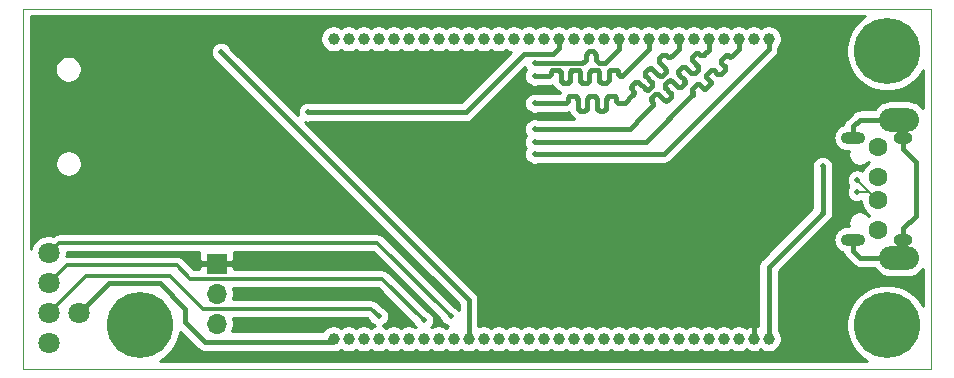
<source format=gbr>
G04 #@! TF.GenerationSoftware,KiCad,Pcbnew,(5.1.5)-3*
G04 #@! TF.CreationDate,2020-07-11T10:03:06+02:00*
G04 #@! TF.ProjectId,switch,73776974-6368-42e6-9b69-6361645f7063,rev?*
G04 #@! TF.SameCoordinates,PX48c2b58PY65ad6b4*
G04 #@! TF.FileFunction,Copper,L2,Bot*
G04 #@! TF.FilePolarity,Positive*
%FSLAX46Y46*%
G04 Gerber Fmt 4.6, Leading zero omitted, Abs format (unit mm)*
G04 Created by KiCad (PCBNEW (5.1.5)-3) date 2020-07-11 10:03:06*
%MOMM*%
%LPD*%
G04 APERTURE LIST*
%ADD10C,0.050000*%
%ADD11C,1.000000*%
%ADD12C,5.600000*%
%ADD13C,1.800000*%
%ADD14O,1.600000X1.000000*%
%ADD15O,2.100000X1.000000*%
%ADD16O,3.400000X2.000000*%
%ADD17O,3.400001X2.000000*%
%ADD18C,1.600000*%
%ADD19O,1.700000X1.700000*%
%ADD20R,1.700000X1.700000*%
%ADD21C,0.500000*%
%ADD22C,0.406400*%
%ADD23C,0.457200*%
%ADD24C,0.152400*%
%ADD25C,0.304800*%
%ADD26C,0.254000*%
G04 APERTURE END LIST*
D10*
X0Y30480000D02*
X76862000Y30480000D01*
X0Y0D02*
X0Y30480000D01*
X76862000Y0D02*
X0Y0D01*
X76862000Y30480000D02*
X76862000Y0D01*
D11*
X63119000Y27940000D03*
X61849000Y27940000D03*
X60579000Y27940000D03*
X59309000Y27940000D03*
X58039000Y27940000D03*
X56769000Y27940000D03*
X55499000Y27940000D03*
X54229000Y27940000D03*
X52959000Y27940000D03*
X51689000Y27940000D03*
X50419000Y27940000D03*
X49149000Y27940000D03*
X47879000Y27940000D03*
X46609000Y27940000D03*
X45339000Y27940000D03*
X44069000Y27940000D03*
X42799000Y27940000D03*
X41529000Y27940000D03*
X40259000Y27940000D03*
X38989000Y27940000D03*
X37719000Y27940000D03*
X36449000Y27940000D03*
X35179000Y27940000D03*
X33909000Y27940000D03*
X32639000Y27940000D03*
X31369000Y27940000D03*
X30099000Y27940000D03*
X28829000Y27940000D03*
X27559000Y27940000D03*
X26289000Y27940000D03*
X63119000Y2540000D03*
X61849000Y2540000D03*
X60579000Y2540000D03*
X59309000Y2540000D03*
X58039000Y2540000D03*
X56769000Y2540000D03*
X55499000Y2540000D03*
X54229000Y2540000D03*
X52959000Y2540000D03*
X51689000Y2540000D03*
X50419000Y2540000D03*
X49149000Y2540000D03*
X47879000Y2540000D03*
X46609000Y2540000D03*
X45339000Y2540000D03*
X44069000Y2540000D03*
X42799000Y2540000D03*
X41529000Y2540000D03*
X40259000Y2540000D03*
X38989000Y2540000D03*
X37719000Y2540000D03*
X36449000Y2540000D03*
X35179000Y2540000D03*
X33909000Y2540000D03*
X32639000Y2540000D03*
X31369000Y2540000D03*
X30099000Y2540000D03*
X28829000Y2540000D03*
X27559000Y2540000D03*
X26289000Y2540000D03*
D12*
X9906000Y3683000D03*
X73152000Y3683000D03*
X73152000Y26924000D03*
D13*
X4699000Y4699000D03*
X2159000Y9779000D03*
X2159000Y7239000D03*
X2159000Y4699000D03*
X2159000Y2159000D03*
D14*
X74489000Y19560000D03*
X74489000Y10920000D03*
D15*
X70309000Y19560000D03*
X70309000Y10920000D03*
D16*
X74179000Y9390000D03*
D17*
X74179000Y21090000D03*
D18*
X72379000Y11740000D03*
X72379000Y14240000D03*
X72379000Y16240000D03*
X72379000Y18740000D03*
D19*
X16383000Y3810000D03*
X16383000Y6350000D03*
D20*
X16383000Y8890000D03*
D21*
X43307000Y18161000D03*
X43307000Y19177002D03*
X43307002Y20320000D03*
X43307000Y22479000D03*
X43307000Y24765000D03*
X43307000Y25908000D03*
X24130000Y21717000D03*
X62230000Y18034000D03*
X23241000Y6223000D03*
X23241000Y3810000D03*
X70612000Y16002000D03*
X70612000Y14986000D03*
X67691000Y17145000D03*
X67691000Y13208000D03*
X16764000Y26797000D03*
X36195000Y4444998D03*
X33909000Y4089500D03*
X30099000Y4445000D03*
D22*
X54229000Y18161000D02*
X43307000Y18161000D01*
X63119000Y27940000D02*
X63119000Y27051000D01*
X63119000Y27051000D02*
X54229000Y18161000D01*
X58430911Y25305102D02*
X58387612Y25314984D01*
X58470926Y25285831D02*
X58430911Y25305102D01*
X58505650Y25258140D02*
X58470926Y25285831D01*
X58786141Y24977649D02*
X58505650Y25258140D01*
X58820864Y24949958D02*
X58786141Y24977649D01*
X52705002Y19177002D02*
X43307000Y19177002D01*
X58860880Y24930689D02*
X58820864Y24949958D01*
X59116917Y25869409D02*
X59257161Y25729165D01*
X58387612Y25314984D02*
X58343198Y25314984D01*
X59692286Y26507192D02*
X59652271Y26526462D01*
X57728409Y23700622D02*
X57683995Y23700621D01*
X57640696Y23710505D02*
X57600680Y23729774D01*
X59652271Y26526462D02*
X59608971Y26536345D01*
X57167428Y24094800D02*
X57123014Y24094800D01*
X56618529Y23590316D02*
X56618529Y23545903D01*
X59423924Y25553019D02*
X59443195Y25513004D01*
X57565957Y23757465D02*
X57285466Y24037956D01*
X57285466Y24037956D02*
X57250742Y24065647D01*
X57210727Y24084918D02*
X57167428Y24094800D01*
X57123014Y24094800D02*
X57079715Y24084918D01*
X59608971Y26536345D02*
X59564558Y26536345D01*
X59443195Y25513004D02*
X59453076Y25469704D01*
X56618529Y23545903D02*
X56628412Y23502603D01*
X58343198Y25314984D02*
X58299899Y25305102D01*
X60579000Y27940000D02*
X60579000Y27051000D01*
X57683995Y23700621D02*
X57640696Y23710505D01*
X57250742Y24065647D02*
X57210727Y24084918D01*
X57600680Y23729774D02*
X57565957Y23757465D01*
X59564558Y26536345D02*
X59521259Y26526462D01*
X59453076Y25469704D02*
X59453076Y25425290D01*
X56628412Y23502603D02*
X56647682Y23462588D01*
X59521259Y26526462D02*
X59481244Y26507192D01*
X59453076Y25425290D02*
X59443195Y25381992D01*
X56647682Y23462588D02*
X56703064Y23393142D01*
X59481244Y26507192D02*
X59446520Y26479500D01*
X59443195Y25381992D02*
X59423924Y25341977D01*
X56703064Y23393142D02*
X56722334Y23353127D01*
X59446520Y26479500D02*
X59116917Y26149898D01*
X59423924Y25341977D02*
X59396232Y25307252D01*
X56722334Y23353127D02*
X56732217Y23309827D01*
X59116917Y26149898D02*
X59089226Y26115175D01*
X59396232Y25307252D02*
X59066631Y24977650D01*
X56732217Y23309827D02*
X56732217Y23265414D01*
X59089226Y26115175D02*
X59069956Y26075160D01*
X59066631Y24977650D02*
X59031908Y24949959D01*
X56732217Y23265414D02*
X56722334Y23222115D01*
X59069956Y26075160D02*
X59060073Y26031860D01*
X59031908Y24949959D02*
X58991892Y24930688D01*
X56722334Y23222115D02*
X56703064Y23182100D01*
X59060073Y26031860D02*
X59060073Y25987447D01*
X58991892Y24930688D02*
X58948593Y24920806D01*
X56703064Y23182100D02*
X56675373Y23147376D01*
X59060073Y25987447D02*
X59069956Y25944147D01*
X58948593Y24920806D02*
X58904179Y24920805D01*
X56675373Y23147376D02*
X52705002Y19177002D01*
X59069956Y25944147D02*
X59089226Y25904132D01*
X58904179Y24920805D02*
X58860880Y24930689D01*
X59089226Y25904132D02*
X59116917Y25869409D01*
X59761734Y26451809D02*
X59692286Y26507192D01*
X58299899Y25305102D02*
X58259884Y25285831D01*
X59972776Y26451809D02*
X59932761Y26432539D01*
X58259884Y25285831D02*
X58225160Y25258140D01*
X59801749Y26432539D02*
X59761734Y26451809D01*
X58225160Y25258140D02*
X57895557Y24928538D01*
X59845048Y26422656D02*
X59801749Y26432539D01*
X57895557Y24928538D02*
X57867866Y24893815D01*
X60007500Y26479500D02*
X59972776Y26451809D01*
X57867866Y24893815D02*
X57848596Y24853800D01*
X59889461Y26422656D02*
X59845048Y26422656D01*
X57848596Y24853800D02*
X57838713Y24810500D01*
X59932761Y26432539D02*
X59889461Y26422656D01*
X57838713Y24810500D02*
X57838713Y24766087D01*
X60579000Y27051000D02*
X60007500Y26479500D01*
X57838713Y24766087D02*
X57848596Y24722787D01*
X57848596Y24722787D02*
X57867866Y24682772D01*
X57867866Y24682772D02*
X57895557Y24648049D01*
X57895557Y24648049D02*
X58176048Y24367558D01*
X58176048Y24367558D02*
X58203740Y24332835D01*
X58203740Y24332835D02*
X58223011Y24292820D01*
X58223011Y24292820D02*
X58232892Y24249520D01*
X58232892Y24249520D02*
X58232892Y24205106D01*
X58232892Y24205106D02*
X58223011Y24161808D01*
X58223011Y24161808D02*
X58203740Y24121793D01*
X58203740Y24121793D02*
X58176048Y24087068D01*
X58176048Y24087068D02*
X57846447Y23757466D01*
X57846447Y23757466D02*
X57811724Y23729775D01*
X57811724Y23729775D02*
X57771708Y23710504D01*
X57771708Y23710504D02*
X57728409Y23700622D01*
X57079715Y24084918D02*
X57039700Y24065647D01*
X57039700Y24065647D02*
X57004976Y24037956D01*
X57004976Y24037956D02*
X56675373Y23708354D01*
X59257161Y25729165D02*
X59255987Y25727987D01*
X56675373Y23708354D02*
X56647682Y23673631D01*
X59255987Y25727987D02*
X59396232Y25587742D01*
X56647682Y23673631D02*
X56628412Y23633616D01*
X59396232Y25587742D02*
X59423924Y25553019D01*
X56628412Y23633616D02*
X56618529Y23590316D01*
X51371500Y20320000D02*
X43307002Y20320000D01*
X52525738Y21474238D02*
X51371500Y20320000D01*
X53252375Y22200877D02*
X52525738Y21474238D01*
X53292277Y22250913D02*
X53252375Y22200877D01*
X53320045Y22308575D02*
X53292277Y22250913D01*
X53334287Y22370969D02*
X53320045Y22308575D01*
X53334287Y22434968D02*
X53334287Y22370969D01*
X53320045Y22497363D02*
X53334287Y22434968D01*
X53292277Y22555024D02*
X53320045Y22497363D01*
X53212472Y22655097D02*
X53292277Y22555024D01*
X53184704Y22712758D02*
X53212472Y22655097D01*
X53170463Y22775152D02*
X53184704Y22712758D01*
X53170463Y22839151D02*
X53170463Y22775152D01*
X53184704Y22901546D02*
X53170463Y22839151D01*
X53212472Y22959207D02*
X53184704Y22901546D01*
X53252375Y23009244D02*
X53212472Y22959207D01*
X53422928Y23179796D02*
X53252375Y23009244D01*
X53472965Y23219699D02*
X53422928Y23179796D01*
X53530626Y23247467D02*
X53472965Y23219699D01*
X53593020Y23261708D02*
X53530626Y23247467D01*
X53657019Y23261708D02*
X53593020Y23261708D01*
X53719414Y23247467D02*
X53657019Y23261708D01*
X53777075Y23219699D02*
X53719414Y23247467D01*
X53827112Y23179796D02*
X53777075Y23219699D01*
X54231296Y22775611D02*
X53827112Y23179796D01*
X54281333Y22735708D02*
X54231296Y22775611D01*
X54338993Y22707939D02*
X54281333Y22735708D01*
X54401388Y22693699D02*
X54338993Y22707939D01*
X54465386Y22693698D02*
X54401388Y22693699D01*
X54527781Y22707939D02*
X54465386Y22693698D01*
X54585443Y22735708D02*
X54527781Y22707939D01*
X54635480Y22775611D02*
X54585443Y22735708D01*
X54806031Y22946163D02*
X54635480Y22775611D01*
X55955961Y25560650D02*
X55891962Y25560650D01*
X54845934Y22996200D02*
X54806031Y22946163D01*
X56018356Y25546409D02*
X55955961Y25560650D01*
X54873703Y23053862D02*
X54845934Y22996200D01*
X56076017Y25518641D02*
X56018356Y25546409D01*
X54887943Y23116255D02*
X54873703Y23053862D01*
X56126054Y25478738D02*
X56076017Y25518641D01*
X54887944Y23180255D02*
X54887943Y23116255D01*
X56530238Y25074553D02*
X56126054Y25478738D01*
X54873703Y23242650D02*
X54887944Y23180255D01*
X56580275Y25034650D02*
X56530238Y25074553D01*
X54845934Y23300310D02*
X54873703Y23242650D01*
X56637935Y25006881D02*
X56580275Y25034650D01*
X54806031Y23350347D02*
X54845934Y23300310D01*
X56700330Y24992641D02*
X56637935Y25006881D01*
X54401846Y23754531D02*
X54806031Y23350347D01*
X56764328Y24992640D02*
X56700330Y24992641D01*
X54361943Y23804568D02*
X54401846Y23754531D01*
X56826723Y25006881D02*
X56764328Y24992640D01*
X54334175Y23862229D02*
X54361943Y23804568D01*
X56884385Y25034650D02*
X56826723Y25006881D01*
X54319934Y23924623D02*
X54334175Y23862229D01*
X56934422Y25074553D02*
X56884385Y25034650D01*
X54319934Y23988622D02*
X54319934Y23924623D01*
X57104973Y25245105D02*
X56934422Y25074553D01*
X54334175Y24051017D02*
X54319934Y23988622D01*
X57144876Y25295142D02*
X57104973Y25245105D01*
X54361943Y24108678D02*
X54334175Y24051017D01*
X57172645Y25352804D02*
X57144876Y25295142D01*
X54401846Y24158715D02*
X54361943Y24108678D01*
X57186885Y25415197D02*
X57172645Y25352804D01*
X54572399Y24329267D02*
X54401846Y24158715D01*
X57186886Y25479197D02*
X57186885Y25415197D01*
X54622436Y24369170D02*
X54572399Y24329267D01*
X57172645Y25541592D02*
X57186886Y25479197D01*
X54680097Y24396938D02*
X54622436Y24369170D01*
X57144876Y25599252D02*
X57172645Y25541592D01*
X54742491Y24411179D02*
X54680097Y24396938D01*
X57104973Y25649289D02*
X57144876Y25599252D01*
X54806490Y24411179D02*
X54742491Y24411179D01*
X56902881Y25851381D02*
X57104973Y25649289D01*
X54868885Y24396938D02*
X54806490Y24411179D01*
X56912920Y25861423D02*
X56902881Y25851381D01*
X55511414Y24954039D02*
X55551317Y24904002D01*
X54926546Y24369170D02*
X54868885Y24396938D01*
X56710829Y26063514D02*
X56912920Y25861423D01*
X54976583Y24329267D02*
X54926546Y24369170D01*
X57235529Y26678153D02*
X57177868Y26705921D01*
X56023174Y24392121D02*
X56037415Y24329726D01*
X57335602Y26598348D02*
X57235529Y26678153D01*
X55995405Y24449781D02*
X56023174Y24392121D01*
X57393264Y26570580D02*
X57335602Y26598348D01*
X55551317Y24904002D02*
X55955502Y24499818D01*
X57455658Y26556338D02*
X57393264Y26570580D01*
X57519657Y26556338D02*
X57455658Y26556338D01*
X58039000Y26987500D02*
X57689750Y26638250D01*
X58039000Y27940000D02*
X58039000Y26987500D01*
X57177868Y26705921D02*
X57115473Y26720163D01*
X56037415Y24329726D02*
X56037414Y24265726D01*
X55891962Y25560650D02*
X55829568Y25546409D01*
X57689750Y26638250D02*
X57639713Y26598348D01*
X56670926Y26113551D02*
X56710829Y26063514D01*
X55469405Y25138093D02*
X55469405Y25074094D01*
X55380767Y23925082D02*
X54976583Y24329267D01*
X57582052Y26570580D02*
X57519657Y26556338D01*
X57639713Y26598348D02*
X57582052Y26570580D01*
X57115473Y26720163D02*
X57051474Y26720163D01*
X56037414Y24265726D02*
X56023174Y24203333D01*
X56023174Y24203333D02*
X55995405Y24145671D01*
X56989080Y26705921D02*
X56931418Y26678153D01*
X55995405Y24145671D02*
X55955502Y24095634D01*
X56931418Y26678153D02*
X56881382Y26638250D01*
X55955502Y24095634D02*
X55784951Y23925082D01*
X56881382Y26638250D02*
X56710829Y26467698D01*
X55784951Y23925082D02*
X55734914Y23885179D01*
X56710829Y26467698D02*
X56670926Y26417661D01*
X55734914Y23885179D02*
X55677252Y23857410D01*
X56670926Y26417661D02*
X56643158Y26360000D01*
X55677252Y23857410D02*
X55614857Y23843169D01*
X56643158Y26360000D02*
X56628917Y26297605D01*
X55469405Y25074094D02*
X55483646Y25011700D01*
X55614857Y23843169D02*
X55550859Y23843170D01*
X56628917Y26297605D02*
X56628917Y26233606D01*
X55483646Y25011700D02*
X55511414Y24954039D01*
X55550859Y23843170D02*
X55488464Y23857410D01*
X56628917Y26233606D02*
X56643158Y26171212D01*
X55488464Y23857410D02*
X55430804Y23885179D01*
X56643158Y26171212D02*
X56670926Y26113551D01*
X55430804Y23885179D02*
X55380767Y23925082D01*
X55829568Y25546409D02*
X55771907Y25518641D01*
X55771907Y25518641D02*
X55721870Y25478738D01*
X55721870Y25478738D02*
X55551317Y25308186D01*
X55551317Y25308186D02*
X55511414Y25258149D01*
X55511414Y25258149D02*
X55483646Y25200488D01*
X55483646Y25200488D02*
X55469405Y25138093D01*
X57051474Y26720163D02*
X56989080Y26705921D01*
X55955502Y24499818D02*
X55995405Y24449781D01*
X47883658Y23047176D02*
X47833167Y22996685D01*
X47944118Y23085165D02*
X47883658Y23047176D01*
X48011515Y23108749D02*
X47944118Y23085165D01*
X48082471Y23116743D02*
X48011515Y23108749D01*
X48257529Y23116743D02*
X48082471Y23116743D01*
X48328484Y23108749D02*
X48257529Y23116743D01*
X48395881Y23085165D02*
X48328484Y23108749D01*
X48456341Y23047176D02*
X48395881Y23085165D01*
X48506832Y22996685D02*
X48456341Y23047176D01*
X48544821Y22936225D02*
X48506832Y22996685D01*
X48568405Y22868828D02*
X48544821Y22936225D01*
X48576400Y22797872D02*
X48568405Y22868828D01*
X48576400Y22160128D02*
X48576400Y22797872D01*
X48584394Y22089172D02*
X48576400Y22160128D01*
X48607978Y22021775D02*
X48584394Y22089172D01*
X48645967Y21961315D02*
X48607978Y22021775D01*
X48696458Y21910824D02*
X48645967Y21961315D01*
X48756918Y21872835D02*
X48696458Y21910824D01*
X48824315Y21849251D02*
X48756918Y21872835D01*
X48895271Y21841257D02*
X48824315Y21849251D01*
X49070329Y21841257D02*
X48895271Y21841257D01*
X49141284Y21849251D02*
X49070329Y21841257D01*
X49208681Y21872835D02*
X49141284Y21849251D01*
X49269141Y21910824D02*
X49208681Y21872835D01*
X49319632Y21961315D02*
X49269141Y21910824D01*
X49357621Y22021775D02*
X49319632Y21961315D01*
X49381205Y22089172D02*
X49357621Y22021775D01*
X49389200Y22160128D02*
X49381205Y22089172D01*
X49389200Y22479000D02*
X49389200Y22160128D01*
X49395329Y22479000D02*
X49389200Y22479000D01*
X49395329Y22797871D02*
X49395329Y22479000D01*
X49403323Y22868828D02*
X49395329Y22797871D01*
X49426907Y22936225D02*
X49403323Y22868828D01*
X49464896Y22996685D02*
X49426907Y22936225D01*
X49515387Y23047176D02*
X49464896Y22996685D01*
X49575847Y23085165D02*
X49515387Y23047176D01*
X49643244Y23108749D02*
X49575847Y23085165D01*
X49714200Y23116743D02*
X49643244Y23108749D01*
X49889258Y23116743D02*
X49714200Y23116743D01*
X49960213Y23108749D02*
X49889258Y23116743D01*
X50027610Y23085165D02*
X49960213Y23108749D01*
X50088070Y23047176D02*
X50027610Y23085165D01*
X50138561Y22996685D02*
X50088070Y23047176D01*
X50176550Y22936225D02*
X50138561Y22996685D01*
X50200134Y22868828D02*
X50176550Y22936225D01*
X50216123Y22726916D02*
X50200134Y22868828D01*
X50239707Y22659519D02*
X50216123Y22726916D01*
X50277696Y22599059D02*
X50239707Y22659519D01*
X50328187Y22548568D02*
X50277696Y22599059D01*
X50388647Y22510579D02*
X50328187Y22548568D01*
X50456044Y22486995D02*
X50388647Y22510579D01*
X50527000Y22479000D02*
X50456044Y22486995D01*
X53061564Y25417086D02*
X52991950Y25401197D01*
X53132968Y25417086D02*
X53061564Y25417086D01*
X53202583Y25401197D02*
X53132968Y25417086D01*
X53266916Y25370216D02*
X53202583Y25401197D01*
X53322742Y25325696D02*
X53266916Y25370216D01*
X53773696Y24874741D02*
X53322742Y25325696D01*
X53829522Y24830221D02*
X53773696Y24874741D01*
X53893855Y24799239D02*
X53829522Y24830221D01*
X53963470Y24783351D02*
X53893855Y24799239D01*
X54034874Y24783351D02*
X53963470Y24783351D01*
X54104487Y24799239D02*
X54034874Y24783351D01*
X54168822Y24830221D02*
X54104487Y24799239D01*
X54224648Y24874741D02*
X54168822Y24830221D01*
X54348431Y24998525D02*
X54224648Y24874741D01*
X54392951Y25054351D02*
X54348431Y24998525D01*
X54423933Y25118686D02*
X54392951Y25054351D01*
X54439821Y25188299D02*
X54423933Y25118686D01*
X54423932Y25329318D02*
X54439821Y25259703D01*
X54392951Y25393651D02*
X54423932Y25329318D01*
X54348431Y25449477D02*
X54392951Y25393651D01*
X54122954Y25674954D02*
X54348431Y25449477D01*
X54127286Y25679289D02*
X54122954Y25674954D01*
X53901810Y25904765D02*
X54127286Y25679289D01*
X54666321Y26388110D02*
X54596707Y26403999D01*
X54356387Y26555002D02*
X54286773Y26570891D01*
X45890084Y22486995D02*
X45819129Y22479000D01*
X51689924Y23340311D02*
X51674035Y23270697D01*
X54737726Y26388110D02*
X54666321Y26388110D01*
X54532374Y26434981D02*
X54420721Y26524021D01*
X54596707Y26403999D02*
X54532374Y26434981D01*
X54420721Y26524021D02*
X54356387Y26555002D01*
X54439821Y25259703D02*
X54439821Y25188299D01*
X47444729Y21841257D02*
X47269671Y21841257D01*
X53274462Y23969215D02*
X53243480Y23904880D01*
X54081421Y26524021D02*
X54025595Y26479501D01*
X54807340Y26403999D02*
X54737726Y26388110D01*
X45819129Y22479000D02*
X43307000Y22479000D01*
X51674035Y23270697D02*
X51643054Y23206363D01*
X54286773Y26570891D02*
X54215369Y26570891D01*
X51643054Y23206363D02*
X51598534Y23150537D01*
X54215369Y26570891D02*
X54145755Y26555002D01*
X54145755Y26555002D02*
X54081421Y26524021D01*
X54025595Y26479501D02*
X53901810Y26355717D01*
X53901810Y26355717D02*
X53857290Y26299891D01*
X53857290Y26299891D02*
X53826309Y26235557D01*
X53826309Y26235557D02*
X53810420Y26165943D01*
X53810420Y26165943D02*
X53810420Y26094539D01*
X53810420Y26094539D02*
X53826309Y26024925D01*
X53826309Y26024925D02*
X53857290Y25960591D01*
X53857290Y25960591D02*
X53901810Y25904765D01*
X52991950Y25401197D02*
X52927616Y25370216D01*
X52927616Y25370216D02*
X52871790Y25325696D01*
X52871790Y25325696D02*
X52748005Y25201912D01*
X52748005Y25201912D02*
X52703485Y25146086D01*
X52703485Y25146086D02*
X52672504Y25081752D01*
X47833167Y22996685D02*
X47795178Y22936225D01*
X52672504Y25081752D02*
X52656615Y25012138D01*
X47795178Y22936225D02*
X47771594Y22868828D01*
X52656615Y25012138D02*
X52656615Y24940734D01*
X47771594Y22868828D02*
X47763600Y22797872D01*
X52656615Y24940734D02*
X52672504Y24871120D01*
X47763600Y22797872D02*
X47763600Y22160128D01*
X52672504Y24871120D02*
X52703485Y24806786D01*
X47763600Y22160128D02*
X47755605Y22089172D01*
X52703485Y24806786D02*
X52748005Y24750960D01*
X47755605Y22089172D02*
X47732021Y22021775D01*
X52748005Y24750960D02*
X53198960Y24300006D01*
X47732021Y22021775D02*
X47694032Y21961315D01*
X53198960Y24300006D02*
X53243480Y24244180D01*
X47694032Y21961315D02*
X47643541Y21910824D01*
X53243480Y24244180D02*
X53274461Y24179847D01*
X47643541Y21910824D02*
X47583081Y21872835D01*
X53274461Y24179847D02*
X53290350Y24110232D01*
X47583081Y21872835D02*
X47515684Y21849251D01*
X53290350Y24110232D02*
X53290350Y24038828D01*
X47515684Y21849251D02*
X47444729Y21841257D01*
X53290350Y24038828D02*
X53274462Y23969215D01*
X47269671Y21841257D02*
X47198715Y21849251D01*
X53243480Y23904880D02*
X53198960Y23849054D01*
X47198715Y21849251D02*
X47131318Y21872835D01*
X53198960Y23849054D02*
X53075177Y23725270D01*
X47131318Y21872835D02*
X47070858Y21910824D01*
X53075177Y23725270D02*
X53019351Y23680750D01*
X47070858Y21910824D02*
X47020367Y21961315D01*
X53019351Y23680750D02*
X52955016Y23649768D01*
X47020367Y21961315D02*
X46982378Y22021775D01*
X52955016Y23649768D02*
X52885403Y23633880D01*
X46982378Y22021775D02*
X46958794Y22089172D01*
X52885403Y23633880D02*
X52813999Y23633880D01*
X46958794Y22089172D02*
X46950800Y22160128D01*
X52813999Y23633880D02*
X52744384Y23649768D01*
X46950800Y22160128D02*
X46950800Y22797872D01*
X52744384Y23649768D02*
X52680051Y23680750D01*
X46950800Y22797872D02*
X46942805Y22868828D01*
X52680051Y23680750D02*
X52624225Y23725270D01*
X46942805Y22868828D02*
X46919221Y22936225D01*
X52624225Y23725270D02*
X52173271Y24176225D01*
X46919221Y22936225D02*
X46881232Y22996685D01*
X52173271Y24176225D02*
X52117445Y24220745D01*
X46881232Y22996685D02*
X46830741Y23047176D01*
X52117445Y24220745D02*
X52053112Y24251726D01*
X46830741Y23047176D02*
X46770281Y23085165D01*
X52053112Y24251726D02*
X51983497Y24267615D01*
X46770281Y23085165D02*
X46702884Y23108749D01*
X51983497Y24267615D02*
X51912093Y24267615D01*
X46702884Y23108749D02*
X46631929Y23116743D01*
X51912093Y24267615D02*
X51842479Y24251726D01*
X46631929Y23116743D02*
X46456871Y23116743D01*
X51842479Y24251726D02*
X51778145Y24220745D01*
X46456871Y23116743D02*
X46385915Y23108749D01*
X51778145Y24220745D02*
X51722319Y24176225D01*
X46385915Y23108749D02*
X46318518Y23085165D01*
X51722319Y24176225D02*
X51598534Y24052441D01*
X46318518Y23085165D02*
X46258058Y23047176D01*
X51598534Y24052441D02*
X51554014Y23996615D01*
X46258058Y23047176D02*
X46207567Y22996685D01*
X54927500Y26479500D02*
X54871673Y26434981D01*
X51554014Y23996615D02*
X51523033Y23932281D01*
X46207567Y22996685D02*
X46169578Y22936225D01*
X55499000Y27051000D02*
X54927500Y26479500D01*
X51523033Y23932281D02*
X51507144Y23862667D01*
X46169578Y22936225D02*
X46145994Y22868828D01*
X55499000Y27940000D02*
X55499000Y27051000D01*
X51507144Y23862667D02*
X51507144Y23791263D01*
X46145994Y22868828D02*
X46130005Y22726916D01*
X54871673Y26434981D02*
X54807340Y26403999D01*
X51507144Y23791263D02*
X51523033Y23721649D01*
X46130005Y22726916D02*
X46106421Y22659519D01*
X51523033Y23721649D02*
X51554014Y23657315D01*
X46106421Y22659519D02*
X46068432Y22599059D01*
X51554014Y23657315D02*
X51643054Y23545663D01*
X46068432Y22599059D02*
X46017941Y22548568D01*
X51643054Y23545663D02*
X51674035Y23481329D01*
X46017941Y22548568D02*
X45957481Y22510579D01*
X51674035Y23481329D02*
X51689924Y23411715D01*
X45957481Y22510579D02*
X45890084Y22486995D01*
X51689924Y23411715D02*
X51689924Y23340311D01*
X51598534Y23150537D02*
X50927000Y22479000D01*
X50927000Y22479000D02*
X50527000Y22479000D01*
X46059000Y24215000D02*
X45796200Y24215000D01*
X46120193Y24221894D02*
X46059000Y24215000D01*
X46178318Y24242233D02*
X46120193Y24221894D01*
X46230459Y24274996D02*
X46178318Y24242233D01*
X46274003Y24318540D02*
X46230459Y24274996D01*
X46306766Y24370681D02*
X46274003Y24318540D01*
X46327105Y24428806D02*
X46306766Y24370681D01*
X46334000Y24490000D02*
X46327105Y24428806D01*
X46334000Y25040000D02*
X46334000Y24490000D01*
X46340894Y25101194D02*
X46334000Y25040000D01*
X46361233Y25159319D02*
X46340894Y25101194D01*
X46393996Y25211460D02*
X46361233Y25159319D01*
X46437540Y25255004D02*
X46393996Y25211460D01*
X46489681Y25287767D02*
X46437540Y25255004D01*
X46547806Y25308106D02*
X46489681Y25287767D01*
X46609000Y25315000D02*
X46547806Y25308106D01*
X46871800Y25315000D02*
X46609000Y25315000D01*
X46932993Y25308106D02*
X46871800Y25315000D01*
X46991118Y25287767D02*
X46932993Y25308106D01*
X47043259Y25255004D02*
X46991118Y25287767D01*
X47086803Y25211460D02*
X47043259Y25255004D01*
X47119566Y25159319D02*
X47086803Y25211460D01*
X47139905Y25101194D02*
X47119566Y25159319D01*
X47146800Y25040000D02*
X47139905Y25101194D01*
X47146800Y24490000D02*
X47146800Y25040000D01*
X47153694Y24428806D02*
X47146800Y24490000D01*
X47174033Y24370681D02*
X47153694Y24428806D01*
X47206796Y24318540D02*
X47174033Y24370681D01*
X47250340Y24274996D02*
X47206796Y24318540D01*
X47302481Y24242233D02*
X47250340Y24274996D01*
X47360606Y24221894D02*
X47302481Y24242233D01*
X47421800Y24215000D02*
X47360606Y24221894D01*
X47684600Y24215000D02*
X47421800Y24215000D01*
X47745793Y24221894D02*
X47684600Y24215000D01*
X47803918Y24242233D02*
X47745793Y24221894D01*
X47856059Y24274996D02*
X47803918Y24242233D01*
X47899603Y24318540D02*
X47856059Y24274996D01*
X47932366Y24370681D02*
X47899603Y24318540D01*
X47952705Y24428806D02*
X47932366Y24370681D01*
X47959600Y24490000D02*
X47952705Y24428806D01*
X47959600Y25040000D02*
X47959600Y24490000D01*
X47966494Y25101194D02*
X47959600Y25040000D01*
X47986833Y25159319D02*
X47966494Y25101194D01*
X48019596Y25211460D02*
X47986833Y25159319D01*
X48063140Y25255004D02*
X48019596Y25211460D01*
X48115281Y25287767D02*
X48063140Y25255004D01*
X48173406Y25308106D02*
X48115281Y25287767D01*
X48234600Y25315000D02*
X48173406Y25308106D01*
X48497400Y25315000D02*
X48234600Y25315000D01*
X49592094Y25101194D02*
X49585200Y25040000D01*
X49612433Y25159319D02*
X49592094Y25101194D01*
X49645196Y25211460D02*
X49612433Y25159319D01*
X49688740Y25255004D02*
X49645196Y25211460D01*
X49740881Y25287767D02*
X49688740Y25255004D01*
X49799006Y25308106D02*
X49740881Y25287767D01*
X49860200Y25315000D02*
X49799006Y25308106D01*
X50123000Y25315000D02*
X49860200Y25315000D01*
X50184193Y25308106D02*
X50123000Y25315000D01*
X50242318Y25287767D02*
X50184193Y25308106D01*
X50294459Y25255004D02*
X50242318Y25287767D01*
X50338003Y25211460D02*
X50294459Y25255004D01*
X50553681Y24792234D02*
X50501540Y24824997D01*
X50611806Y24771895D02*
X50553681Y24792234D01*
X50673000Y24765000D02*
X50611806Y24771895D01*
X52959000Y27940000D02*
X52959000Y27051000D01*
X52959000Y27051000D02*
X50673000Y24765000D01*
X50501540Y24824997D02*
X50457996Y24868541D01*
X50457996Y24868541D02*
X50425233Y24920682D01*
X50425233Y24920682D02*
X50404894Y24978807D01*
X50404894Y24978807D02*
X50391105Y25101194D01*
X50391105Y25101194D02*
X50370766Y25159319D01*
X50370766Y25159319D02*
X50338003Y25211460D01*
X49585200Y25040000D02*
X49585200Y24490000D01*
X45796200Y24215000D02*
X45735006Y24221894D01*
X49585200Y24490000D02*
X49578305Y24428806D01*
X48558593Y25308106D02*
X48497400Y25315000D01*
X49578305Y24428806D02*
X49557966Y24370681D01*
X49557966Y24370681D02*
X49525203Y24318540D01*
X49525203Y24318540D02*
X49481659Y24274996D01*
X49481659Y24274996D02*
X49429518Y24242233D01*
X49429518Y24242233D02*
X49371393Y24221894D01*
X49371393Y24221894D02*
X49310200Y24215000D01*
X49310200Y24215000D02*
X49047400Y24215000D01*
X49047400Y24215000D02*
X48986206Y24221894D01*
X48986206Y24221894D02*
X48928081Y24242233D01*
X48928081Y24242233D02*
X48875940Y24274996D01*
X48875940Y24274996D02*
X48832396Y24318540D01*
X48832396Y24318540D02*
X48799633Y24370681D01*
X48799633Y24370681D02*
X48779294Y24428806D01*
X48779294Y24428806D02*
X48772400Y24490000D01*
X48772400Y24490000D02*
X48772400Y25040000D01*
X48772400Y25040000D02*
X48765505Y25101194D01*
X48765505Y25101194D02*
X48745166Y25159319D01*
X48745166Y25159319D02*
X48712403Y25211460D01*
X48712403Y25211460D02*
X48668859Y25255004D01*
X48668859Y25255004D02*
X48616718Y25287767D01*
X48616718Y25287767D02*
X48558593Y25308106D01*
X45735006Y24221894D02*
X45676881Y24242233D01*
X45676881Y24242233D02*
X45624740Y24274996D01*
X45624740Y24274996D02*
X45581196Y24318540D01*
X45581196Y24318540D02*
X45548433Y24370681D01*
X45548433Y24370681D02*
X45528094Y24428806D01*
X45528094Y24428806D02*
X45521200Y24490000D01*
X45521200Y24490000D02*
X45521200Y25040000D01*
X45521200Y25040000D02*
X45514305Y25101194D01*
X45514305Y25101194D02*
X45493966Y25159319D01*
X45493966Y25159319D02*
X45461203Y25211460D01*
X45461203Y25211460D02*
X45417659Y25255004D01*
X45417659Y25255004D02*
X45365518Y25287767D01*
X45365518Y25287767D02*
X45307393Y25308106D01*
X45307393Y25308106D02*
X45246200Y25315000D01*
X45246200Y25315000D02*
X44983400Y25315000D01*
X44983400Y25315000D02*
X44922206Y25308106D01*
X44922206Y25308106D02*
X44864081Y25287767D01*
X44864081Y25287767D02*
X44811940Y25255004D01*
X44811940Y25255004D02*
X44768396Y25211460D01*
X44768396Y25211460D02*
X44735633Y25159319D01*
X44735633Y25159319D02*
X44715294Y25101194D01*
X44715294Y25101194D02*
X44701505Y24978807D01*
X44701505Y24978807D02*
X44681166Y24920682D01*
X44681166Y24920682D02*
X44648403Y24868541D01*
X44648403Y24868541D02*
X44604859Y24824997D01*
X44604859Y24824997D02*
X44552718Y24792234D01*
X44552718Y24792234D02*
X44494593Y24771895D01*
X44494593Y24771895D02*
X44433400Y24765000D01*
X44433400Y24765000D02*
X43307000Y24765000D01*
X47269400Y25908000D02*
X43307000Y25908000D01*
X47359832Y25918190D02*
X47269400Y25908000D01*
X47445730Y25948247D02*
X47359832Y25918190D01*
X47522786Y25996664D02*
X47445730Y25948247D01*
X47587136Y26061014D02*
X47522786Y25996664D01*
X47635553Y26138070D02*
X47587136Y26061014D01*
X47665610Y26223968D02*
X47635553Y26138070D01*
X47675800Y26314400D02*
X47665610Y26223968D01*
X47675800Y26501600D02*
X47675800Y26314400D01*
X47685989Y26592033D02*
X47675800Y26501600D01*
X47716046Y26677931D02*
X47685989Y26592033D01*
X48488600Y26314400D02*
X48488600Y26501600D01*
X48498789Y26223968D02*
X48488600Y26314400D01*
X48528846Y26138070D02*
X48498789Y26223968D01*
X48577263Y26061014D02*
X48528846Y26138070D01*
X48641613Y25996664D02*
X48577263Y26061014D01*
X48718669Y25948247D02*
X48641613Y25996664D01*
X50419000Y27051000D02*
X49276000Y25908000D01*
X47991767Y26897811D02*
X47905869Y26867754D01*
X50419000Y27940000D02*
X50419000Y27051000D01*
X49276000Y25908000D02*
X48895000Y25908000D01*
X48895000Y25908000D02*
X48804567Y25918190D01*
X48804567Y25918190D02*
X48718669Y25948247D01*
X48488600Y26501600D02*
X48478410Y26592033D01*
X48478410Y26592033D02*
X48448353Y26677931D01*
X48448353Y26677931D02*
X48399936Y26754987D01*
X48399936Y26754987D02*
X48335586Y26819337D01*
X48335586Y26819337D02*
X48258530Y26867754D01*
X48258530Y26867754D02*
X48172632Y26897811D01*
X48172632Y26897811D02*
X48082200Y26908000D01*
X48082200Y26908000D02*
X47991767Y26897811D01*
X47905869Y26867754D02*
X47828813Y26819337D01*
X47828813Y26819337D02*
X47764463Y26754987D01*
X47764463Y26754987D02*
X47716046Y26677931D01*
D23*
X44831000Y26670000D02*
X45339000Y27178000D01*
X42418000Y26670000D02*
X44831000Y26670000D01*
X45339000Y27178000D02*
X45339000Y27940000D01*
X24130000Y21717000D02*
X37465000Y21717000D01*
X37465000Y21717000D02*
X42418000Y26670000D01*
X61849000Y2540000D02*
X61849000Y17653000D01*
X61849000Y17653000D02*
X62230000Y18034000D01*
D24*
X72379000Y14240000D02*
X71628000Y14986000D01*
X71628000Y14986000D02*
X70612000Y16002000D01*
X71628000Y14986000D02*
X70612000Y14986000D01*
D23*
X67691000Y17145000D02*
X67691000Y13208000D01*
X63119000Y8636000D02*
X67691000Y13208000D01*
X63119000Y2540000D02*
X63119000Y8636000D01*
D22*
X37719000Y5842000D02*
X37719000Y2540000D01*
X16764000Y26797000D02*
X37719000Y5842000D01*
D25*
X29972000Y10668000D02*
X35945001Y4694997D01*
X35945001Y4694997D02*
X36195000Y4444998D01*
X2159000Y9779000D02*
X3048000Y10668000D01*
X3048000Y10668000D02*
X29972000Y10668000D01*
X30378500Y7620000D02*
X33909000Y4089500D01*
X3683000Y8763000D02*
X13031639Y8763000D01*
X2159000Y7239000D02*
X3683000Y8763000D01*
X13031639Y8763000D02*
X14174639Y7620000D01*
X14174639Y7620000D02*
X30378500Y7620000D01*
X29468001Y5075999D02*
X30099000Y4445000D01*
X15244001Y5075999D02*
X29468001Y5075999D01*
X12446000Y7874000D02*
X15244001Y5075999D01*
X5334000Y7874000D02*
X12446000Y7874000D01*
X2159000Y4699000D02*
X5334000Y7874000D01*
D23*
X15367000Y2286000D02*
X26035000Y2286000D01*
X7239000Y7239000D02*
X11557000Y7239000D01*
X4699000Y4699000D02*
X7239000Y7239000D01*
X13716000Y5080000D02*
X13716000Y3937000D01*
X11557000Y7239000D02*
X13716000Y5080000D01*
X26035000Y2286000D02*
X26289000Y2540000D01*
X13716000Y3937000D02*
X15367000Y2286000D01*
X70881800Y21090000D02*
X74179000Y21090000D01*
X70309000Y20517200D02*
X70881800Y21090000D01*
X70309000Y19560000D02*
X70309000Y20517200D01*
X74179000Y19870000D02*
X74489000Y19560000D01*
X74179000Y21090000D02*
X74179000Y19870000D01*
X70881800Y9390000D02*
X74179000Y9390000D01*
X70309000Y9962800D02*
X70881800Y9390000D01*
X70309000Y10920000D02*
X70309000Y9962800D01*
X74179000Y10610000D02*
X74489000Y10920000D01*
X74179000Y9390000D02*
X74179000Y10610000D01*
X74489000Y11877200D02*
X75565000Y12953200D01*
X74489000Y10920000D02*
X74489000Y11877200D01*
X74489000Y18602800D02*
X74489000Y19560000D01*
X75565000Y17526800D02*
X74489000Y18602800D01*
X75565000Y12953200D02*
X75565000Y17526800D01*
D26*
G36*
X70962315Y29592138D02*
G01*
X70483862Y29113685D01*
X70107943Y28551082D01*
X69849006Y27925952D01*
X69717000Y27262318D01*
X69717000Y26585682D01*
X69849006Y25922048D01*
X70107943Y25296918D01*
X70483862Y24734315D01*
X70962315Y24255862D01*
X71524918Y23879943D01*
X72150048Y23621006D01*
X72813682Y23489000D01*
X73490318Y23489000D01*
X74153952Y23621006D01*
X74779082Y23879943D01*
X75341685Y24255862D01*
X75820138Y24734315D01*
X76196057Y25296918D01*
X76202000Y25311266D01*
X76202000Y22055185D01*
X76040714Y22251714D01*
X75791752Y22456031D01*
X75507715Y22607852D01*
X75199516Y22701343D01*
X74959322Y22725000D01*
X73398678Y22725000D01*
X73158484Y22701343D01*
X72850285Y22607852D01*
X72566248Y22456031D01*
X72317286Y22251714D01*
X72112969Y22002752D01*
X72086697Y21953600D01*
X70924220Y21953600D01*
X70881800Y21957778D01*
X70741523Y21943962D01*
X70712505Y21941104D01*
X70549716Y21891722D01*
X70399688Y21811531D01*
X70268188Y21703612D01*
X70241140Y21670654D01*
X69728346Y21157859D01*
X69695389Y21130812D01*
X69612307Y21029576D01*
X69587469Y20999311D01*
X69507279Y20849284D01*
X69457896Y20686494D01*
X69454671Y20653754D01*
X69322553Y20613676D01*
X69125377Y20508284D01*
X68952551Y20366449D01*
X68810716Y20193623D01*
X68705324Y19996447D01*
X68640423Y19782499D01*
X68618509Y19560000D01*
X68640423Y19337501D01*
X68705324Y19123553D01*
X68810716Y18926377D01*
X68952551Y18753551D01*
X69125377Y18611716D01*
X69322553Y18506324D01*
X69536501Y18441423D01*
X69703248Y18425000D01*
X69922096Y18425000D01*
X69915892Y18410022D01*
X69879000Y18224552D01*
X69879000Y18035448D01*
X69915892Y17849978D01*
X69988259Y17675269D01*
X70093319Y17518036D01*
X70227036Y17384319D01*
X70384269Y17279259D01*
X70558978Y17206892D01*
X70744448Y17170000D01*
X70933552Y17170000D01*
X71119022Y17206892D01*
X71293731Y17279259D01*
X71450964Y17384319D01*
X71584681Y17518036D01*
X71597085Y17536600D01*
X71666827Y17490000D01*
X71464241Y17354637D01*
X71264363Y17154759D01*
X71107320Y16919727D01*
X71047526Y16775372D01*
X71031205Y16786277D01*
X70870145Y16852990D01*
X70699165Y16887000D01*
X70524835Y16887000D01*
X70353855Y16852990D01*
X70192795Y16786277D01*
X70047845Y16689424D01*
X69924576Y16566155D01*
X69827723Y16421205D01*
X69761010Y16260145D01*
X69727000Y16089165D01*
X69727000Y15914835D01*
X69761010Y15743855D01*
X69827723Y15582795D01*
X69887054Y15494000D01*
X69827723Y15405205D01*
X69761010Y15244145D01*
X69727000Y15073165D01*
X69727000Y14898835D01*
X69761010Y14727855D01*
X69827723Y14566795D01*
X69924576Y14421845D01*
X70047845Y14298576D01*
X70192795Y14201723D01*
X70353855Y14135010D01*
X70524835Y14101000D01*
X70699165Y14101000D01*
X70870145Y14135010D01*
X70944000Y14165602D01*
X70944000Y14098665D01*
X70999147Y13821426D01*
X71107320Y13560273D01*
X71264363Y13325241D01*
X71464241Y13125363D01*
X71664869Y12991308D01*
X71637486Y12976671D01*
X71618375Y12911537D01*
X71584681Y12961964D01*
X71450964Y13095681D01*
X71293731Y13200741D01*
X71119022Y13273108D01*
X70933552Y13310000D01*
X70744448Y13310000D01*
X70558978Y13273108D01*
X70384269Y13200741D01*
X70227036Y13095681D01*
X70093319Y12961964D01*
X69988259Y12804731D01*
X69915892Y12630022D01*
X69879000Y12444552D01*
X69879000Y12255448D01*
X69915892Y12069978D01*
X69922096Y12055000D01*
X69703248Y12055000D01*
X69536501Y12038577D01*
X69322553Y11973676D01*
X69125377Y11868284D01*
X68952551Y11726449D01*
X68810716Y11553623D01*
X68705324Y11356447D01*
X68640423Y11142499D01*
X68618509Y10920000D01*
X68640423Y10697501D01*
X68705324Y10483553D01*
X68810716Y10286377D01*
X68952551Y10113551D01*
X69125377Y9971716D01*
X69322553Y9866324D01*
X69454671Y9826246D01*
X69457896Y9793506D01*
X69507279Y9630716D01*
X69584041Y9487104D01*
X69587470Y9480688D01*
X69695389Y9349188D01*
X69728346Y9322141D01*
X70241140Y8809346D01*
X70268188Y8776388D01*
X70387563Y8678420D01*
X70399688Y8668469D01*
X70549716Y8588278D01*
X70712505Y8538896D01*
X70881800Y8522222D01*
X70924220Y8526400D01*
X72086697Y8526400D01*
X72112969Y8477248D01*
X72317286Y8228286D01*
X72566248Y8023969D01*
X72850285Y7872148D01*
X73158484Y7778657D01*
X73398678Y7755000D01*
X74959322Y7755000D01*
X75199516Y7778657D01*
X75507715Y7872148D01*
X75791752Y8023969D01*
X76040714Y8228286D01*
X76202001Y8424815D01*
X76202001Y5295732D01*
X76196057Y5310082D01*
X75820138Y5872685D01*
X75341685Y6351138D01*
X74779082Y6727057D01*
X74153952Y6985994D01*
X73490318Y7118000D01*
X72813682Y7118000D01*
X72150048Y6985994D01*
X71524918Y6727057D01*
X70962315Y6351138D01*
X70483862Y5872685D01*
X70107943Y5310082D01*
X69849006Y4684952D01*
X69717000Y4021318D01*
X69717000Y3344682D01*
X69849006Y2681048D01*
X70107943Y2055918D01*
X70483862Y1493315D01*
X70962315Y1014862D01*
X71493404Y660000D01*
X11564596Y660000D01*
X12095685Y1014862D01*
X12574138Y1493315D01*
X12950057Y2055918D01*
X13208994Y2681048D01*
X13298859Y3132828D01*
X14726345Y1705340D01*
X14753388Y1672388D01*
X14786338Y1645347D01*
X14884888Y1564469D01*
X15034916Y1484278D01*
X15197705Y1434896D01*
X15367000Y1418222D01*
X15409420Y1422400D01*
X25992580Y1422400D01*
X26035000Y1418222D01*
X26077420Y1422400D01*
X26085657Y1423211D01*
X26177212Y1405000D01*
X26400788Y1405000D01*
X26620067Y1448617D01*
X26826624Y1534176D01*
X26924000Y1599241D01*
X27021376Y1534176D01*
X27227933Y1448617D01*
X27447212Y1405000D01*
X27670788Y1405000D01*
X27890067Y1448617D01*
X28096624Y1534176D01*
X28194000Y1599241D01*
X28291376Y1534176D01*
X28497933Y1448617D01*
X28717212Y1405000D01*
X28940788Y1405000D01*
X29160067Y1448617D01*
X29366624Y1534176D01*
X29464000Y1599241D01*
X29561376Y1534176D01*
X29767933Y1448617D01*
X29987212Y1405000D01*
X30210788Y1405000D01*
X30430067Y1448617D01*
X30636624Y1534176D01*
X30734000Y1599241D01*
X30831376Y1534176D01*
X31037933Y1448617D01*
X31257212Y1405000D01*
X31480788Y1405000D01*
X31700067Y1448617D01*
X31906624Y1534176D01*
X32004000Y1599241D01*
X32101376Y1534176D01*
X32307933Y1448617D01*
X32527212Y1405000D01*
X32750788Y1405000D01*
X32970067Y1448617D01*
X33176624Y1534176D01*
X33274000Y1599241D01*
X33371376Y1534176D01*
X33577933Y1448617D01*
X33797212Y1405000D01*
X34020788Y1405000D01*
X34240067Y1448617D01*
X34446624Y1534176D01*
X34544000Y1599241D01*
X34641376Y1534176D01*
X34847933Y1448617D01*
X35067212Y1405000D01*
X35290788Y1405000D01*
X35510067Y1448617D01*
X35716624Y1534176D01*
X35814000Y1599241D01*
X35911376Y1534176D01*
X36117933Y1448617D01*
X36337212Y1405000D01*
X36560788Y1405000D01*
X36780067Y1448617D01*
X36986624Y1534176D01*
X37084000Y1599241D01*
X37181376Y1534176D01*
X37387933Y1448617D01*
X37607212Y1405000D01*
X37830788Y1405000D01*
X38050067Y1448617D01*
X38256624Y1534176D01*
X38354000Y1599241D01*
X38451376Y1534176D01*
X38657933Y1448617D01*
X38877212Y1405000D01*
X39100788Y1405000D01*
X39320067Y1448617D01*
X39526624Y1534176D01*
X39624000Y1599241D01*
X39721376Y1534176D01*
X39927933Y1448617D01*
X40147212Y1405000D01*
X40370788Y1405000D01*
X40590067Y1448617D01*
X40796624Y1534176D01*
X40894000Y1599241D01*
X40991376Y1534176D01*
X41197933Y1448617D01*
X41417212Y1405000D01*
X41640788Y1405000D01*
X41860067Y1448617D01*
X42066624Y1534176D01*
X42164000Y1599241D01*
X42261376Y1534176D01*
X42467933Y1448617D01*
X42687212Y1405000D01*
X42910788Y1405000D01*
X43130067Y1448617D01*
X43336624Y1534176D01*
X43434000Y1599241D01*
X43531376Y1534176D01*
X43737933Y1448617D01*
X43957212Y1405000D01*
X44180788Y1405000D01*
X44400067Y1448617D01*
X44606624Y1534176D01*
X44704000Y1599241D01*
X44801376Y1534176D01*
X45007933Y1448617D01*
X45227212Y1405000D01*
X45450788Y1405000D01*
X45670067Y1448617D01*
X45876624Y1534176D01*
X45974000Y1599241D01*
X46071376Y1534176D01*
X46277933Y1448617D01*
X46497212Y1405000D01*
X46720788Y1405000D01*
X46940067Y1448617D01*
X47146624Y1534176D01*
X47244000Y1599241D01*
X47341376Y1534176D01*
X47547933Y1448617D01*
X47767212Y1405000D01*
X47990788Y1405000D01*
X48210067Y1448617D01*
X48416624Y1534176D01*
X48514000Y1599241D01*
X48611376Y1534176D01*
X48817933Y1448617D01*
X49037212Y1405000D01*
X49260788Y1405000D01*
X49480067Y1448617D01*
X49686624Y1534176D01*
X49784000Y1599241D01*
X49881376Y1534176D01*
X50087933Y1448617D01*
X50307212Y1405000D01*
X50530788Y1405000D01*
X50750067Y1448617D01*
X50956624Y1534176D01*
X51054000Y1599241D01*
X51151376Y1534176D01*
X51357933Y1448617D01*
X51577212Y1405000D01*
X51800788Y1405000D01*
X52020067Y1448617D01*
X52226624Y1534176D01*
X52324000Y1599241D01*
X52421376Y1534176D01*
X52627933Y1448617D01*
X52847212Y1405000D01*
X53070788Y1405000D01*
X53290067Y1448617D01*
X53496624Y1534176D01*
X53594000Y1599241D01*
X53691376Y1534176D01*
X53897933Y1448617D01*
X54117212Y1405000D01*
X54340788Y1405000D01*
X54560067Y1448617D01*
X54766624Y1534176D01*
X54864000Y1599241D01*
X54961376Y1534176D01*
X55167933Y1448617D01*
X55387212Y1405000D01*
X55610788Y1405000D01*
X55830067Y1448617D01*
X56036624Y1534176D01*
X56134000Y1599241D01*
X56231376Y1534176D01*
X56437933Y1448617D01*
X56657212Y1405000D01*
X56880788Y1405000D01*
X57100067Y1448617D01*
X57306624Y1534176D01*
X57404000Y1599241D01*
X57501376Y1534176D01*
X57707933Y1448617D01*
X57927212Y1405000D01*
X58150788Y1405000D01*
X58370067Y1448617D01*
X58576624Y1534176D01*
X58674000Y1599241D01*
X58771376Y1534176D01*
X58977933Y1448617D01*
X59197212Y1405000D01*
X59420788Y1405000D01*
X59640067Y1448617D01*
X59846624Y1534176D01*
X59944000Y1599241D01*
X60041376Y1534176D01*
X60247933Y1448617D01*
X60467212Y1405000D01*
X60690788Y1405000D01*
X60910067Y1448617D01*
X61116624Y1534176D01*
X61270930Y1637280D01*
X61285550Y1548412D01*
X61489826Y1457542D01*
X61707905Y1408269D01*
X61931406Y1402489D01*
X62151740Y1440423D01*
X62360440Y1520613D01*
X62412450Y1548412D01*
X62427070Y1637280D01*
X62581376Y1534176D01*
X62787933Y1448617D01*
X63007212Y1405000D01*
X63230788Y1405000D01*
X63450067Y1448617D01*
X63656624Y1534176D01*
X63842520Y1658388D01*
X64000612Y1816480D01*
X64124824Y2002376D01*
X64210383Y2208933D01*
X64254000Y2428212D01*
X64254000Y2651788D01*
X64210383Y2871067D01*
X64124824Y3077624D01*
X64000612Y3263520D01*
X63982600Y3281532D01*
X63982600Y8278287D01*
X68163948Y12459633D01*
X68255155Y12520576D01*
X68378424Y12643845D01*
X68475277Y12788795D01*
X68541990Y12949855D01*
X68576000Y13120835D01*
X68576000Y13295165D01*
X68554600Y13402750D01*
X68554600Y16950250D01*
X68576000Y17057835D01*
X68576000Y17232165D01*
X68541990Y17403145D01*
X68475277Y17564205D01*
X68378424Y17709155D01*
X68255155Y17832424D01*
X68110205Y17929277D01*
X67949145Y17995990D01*
X67778165Y18030000D01*
X67603835Y18030000D01*
X67432855Y17995990D01*
X67271795Y17929277D01*
X67126845Y17832424D01*
X67003576Y17709155D01*
X66906723Y17564205D01*
X66840010Y17403145D01*
X66806000Y17232165D01*
X66806000Y17057835D01*
X66827400Y16950250D01*
X66827401Y13565716D01*
X62538346Y9276659D01*
X62505389Y9249612D01*
X62408619Y9131697D01*
X62397469Y9118111D01*
X62317279Y8968084D01*
X62267896Y8805294D01*
X62251222Y8636000D01*
X62255401Y8593570D01*
X62255400Y3601450D01*
X62208174Y3622458D01*
X61990095Y3671731D01*
X61766594Y3677511D01*
X61546260Y3639577D01*
X61337560Y3559387D01*
X61285550Y3531588D01*
X61270930Y3442720D01*
X61116624Y3545824D01*
X60910067Y3631383D01*
X60690788Y3675000D01*
X60467212Y3675000D01*
X60247933Y3631383D01*
X60041376Y3545824D01*
X59944000Y3480759D01*
X59846624Y3545824D01*
X59640067Y3631383D01*
X59420788Y3675000D01*
X59197212Y3675000D01*
X58977933Y3631383D01*
X58771376Y3545824D01*
X58674000Y3480759D01*
X58576624Y3545824D01*
X58370067Y3631383D01*
X58150788Y3675000D01*
X57927212Y3675000D01*
X57707933Y3631383D01*
X57501376Y3545824D01*
X57404000Y3480759D01*
X57306624Y3545824D01*
X57100067Y3631383D01*
X56880788Y3675000D01*
X56657212Y3675000D01*
X56437933Y3631383D01*
X56231376Y3545824D01*
X56134000Y3480759D01*
X56036624Y3545824D01*
X55830067Y3631383D01*
X55610788Y3675000D01*
X55387212Y3675000D01*
X55167933Y3631383D01*
X54961376Y3545824D01*
X54864000Y3480759D01*
X54766624Y3545824D01*
X54560067Y3631383D01*
X54340788Y3675000D01*
X54117212Y3675000D01*
X53897933Y3631383D01*
X53691376Y3545824D01*
X53594000Y3480759D01*
X53496624Y3545824D01*
X53290067Y3631383D01*
X53070788Y3675000D01*
X52847212Y3675000D01*
X52627933Y3631383D01*
X52421376Y3545824D01*
X52324000Y3480759D01*
X52226624Y3545824D01*
X52020067Y3631383D01*
X51800788Y3675000D01*
X51577212Y3675000D01*
X51357933Y3631383D01*
X51151376Y3545824D01*
X51054000Y3480759D01*
X50956624Y3545824D01*
X50750067Y3631383D01*
X50530788Y3675000D01*
X50307212Y3675000D01*
X50087933Y3631383D01*
X49881376Y3545824D01*
X49784000Y3480759D01*
X49686624Y3545824D01*
X49480067Y3631383D01*
X49260788Y3675000D01*
X49037212Y3675000D01*
X48817933Y3631383D01*
X48611376Y3545824D01*
X48514000Y3480759D01*
X48416624Y3545824D01*
X48210067Y3631383D01*
X47990788Y3675000D01*
X47767212Y3675000D01*
X47547933Y3631383D01*
X47341376Y3545824D01*
X47244000Y3480759D01*
X47146624Y3545824D01*
X46940067Y3631383D01*
X46720788Y3675000D01*
X46497212Y3675000D01*
X46277933Y3631383D01*
X46071376Y3545824D01*
X45974000Y3480759D01*
X45876624Y3545824D01*
X45670067Y3631383D01*
X45450788Y3675000D01*
X45227212Y3675000D01*
X45007933Y3631383D01*
X44801376Y3545824D01*
X44704000Y3480759D01*
X44606624Y3545824D01*
X44400067Y3631383D01*
X44180788Y3675000D01*
X43957212Y3675000D01*
X43737933Y3631383D01*
X43531376Y3545824D01*
X43434000Y3480759D01*
X43336624Y3545824D01*
X43130067Y3631383D01*
X42910788Y3675000D01*
X42687212Y3675000D01*
X42467933Y3631383D01*
X42261376Y3545824D01*
X42164000Y3480759D01*
X42066624Y3545824D01*
X41860067Y3631383D01*
X41640788Y3675000D01*
X41417212Y3675000D01*
X41197933Y3631383D01*
X40991376Y3545824D01*
X40894000Y3480759D01*
X40796624Y3545824D01*
X40590067Y3631383D01*
X40370788Y3675000D01*
X40147212Y3675000D01*
X39927933Y3631383D01*
X39721376Y3545824D01*
X39624000Y3480759D01*
X39526624Y3545824D01*
X39320067Y3631383D01*
X39100788Y3675000D01*
X38877212Y3675000D01*
X38657933Y3631383D01*
X38557200Y3589658D01*
X38557200Y5800841D01*
X38561254Y5842001D01*
X38557200Y5883161D01*
X38557200Y5883170D01*
X38545071Y6006316D01*
X38497142Y6164317D01*
X38419309Y6309932D01*
X38314564Y6437564D01*
X38282589Y6463805D01*
X23882501Y20863892D01*
X24042835Y20832000D01*
X24217165Y20832000D01*
X24324750Y20853400D01*
X37422580Y20853400D01*
X37465000Y20849222D01*
X37507420Y20853400D01*
X37634295Y20865896D01*
X37797084Y20915278D01*
X37947112Y20995469D01*
X38078612Y21103388D01*
X38105664Y21136351D01*
X42503798Y25534483D01*
X42522723Y25488795D01*
X42619576Y25343845D01*
X42626921Y25336500D01*
X42619576Y25329155D01*
X42522723Y25184205D01*
X42456010Y25023145D01*
X42422000Y24852165D01*
X42422000Y24677835D01*
X42456010Y24506855D01*
X42522723Y24345795D01*
X42619576Y24200845D01*
X42742845Y24077576D01*
X42887795Y23980723D01*
X43048855Y23914010D01*
X43219835Y23880000D01*
X43394165Y23880000D01*
X43565145Y23914010D01*
X43596023Y23926800D01*
X44356786Y23926800D01*
X44362611Y23925726D01*
X44439158Y23926800D01*
X44474570Y23926800D01*
X44480453Y23927379D01*
X44486340Y23927462D01*
X44521406Y23931413D01*
X44568751Y23936076D01*
X44612334Y23937911D01*
X44681126Y23954631D01*
X44750368Y23969417D01*
X44799174Y23990440D01*
X44800609Y23990942D01*
X44822990Y23942750D01*
X44854349Y23899842D01*
X44855838Y23897472D01*
X44880887Y23850609D01*
X44925813Y23795866D01*
X44969169Y23739909D01*
X45009281Y23705062D01*
X45011262Y23703081D01*
X45046109Y23662969D01*
X45102076Y23619605D01*
X45156809Y23574687D01*
X45203672Y23549638D01*
X45206042Y23548149D01*
X45248950Y23516790D01*
X45313153Y23486973D01*
X45376509Y23455360D01*
X45427777Y23441365D01*
X45430430Y23440437D01*
X45479245Y23419411D01*
X45482701Y23418673D01*
X45482206Y23417746D01*
X45475492Y23407061D01*
X45444138Y23364161D01*
X45422328Y23317200D01*
X43596023Y23317200D01*
X43565145Y23329990D01*
X43394165Y23364000D01*
X43219835Y23364000D01*
X43048855Y23329990D01*
X42887795Y23263277D01*
X42742845Y23166424D01*
X42619576Y23043155D01*
X42522723Y22898205D01*
X42456010Y22737145D01*
X42422000Y22566165D01*
X42422000Y22391835D01*
X42456010Y22220855D01*
X42522723Y22059795D01*
X42619576Y21914845D01*
X42742845Y21791576D01*
X42887795Y21694723D01*
X43048855Y21628010D01*
X43219835Y21594000D01*
X43394165Y21594000D01*
X43565145Y21628010D01*
X43596023Y21640800D01*
X45742516Y21640800D01*
X45748341Y21639726D01*
X45824887Y21640800D01*
X45860299Y21640800D01*
X45866182Y21641379D01*
X45872069Y21641462D01*
X45907136Y21645413D01*
X45966703Y21651280D01*
X46007831Y21653012D01*
X46076625Y21669733D01*
X46145860Y21684517D01*
X46194666Y21705540D01*
X46202120Y21708149D01*
X46227108Y21658068D01*
X46256938Y21593839D01*
X46288292Y21550939D01*
X46295006Y21540254D01*
X46320058Y21493384D01*
X46364976Y21438651D01*
X46408331Y21382693D01*
X46448446Y21347843D01*
X46457383Y21338906D01*
X46492236Y21298788D01*
X46548194Y21255433D01*
X46602927Y21210515D01*
X46649793Y21185465D01*
X46660483Y21178748D01*
X46688598Y21158200D01*
X43596025Y21158200D01*
X43565147Y21170990D01*
X43394167Y21205000D01*
X43219837Y21205000D01*
X43048857Y21170990D01*
X42887797Y21104277D01*
X42742847Y21007424D01*
X42619578Y20884155D01*
X42522725Y20739205D01*
X42456012Y20578145D01*
X42422002Y20407165D01*
X42422002Y20232835D01*
X42456012Y20061855D01*
X42522725Y19900795D01*
X42619578Y19755845D01*
X42626921Y19748502D01*
X42619576Y19741157D01*
X42522723Y19596207D01*
X42456010Y19435147D01*
X42422000Y19264167D01*
X42422000Y19089837D01*
X42456010Y18918857D01*
X42522723Y18757797D01*
X42582055Y18669001D01*
X42522723Y18580205D01*
X42456010Y18419145D01*
X42422000Y18248165D01*
X42422000Y18073835D01*
X42456010Y17902855D01*
X42522723Y17741795D01*
X42619576Y17596845D01*
X42742845Y17473576D01*
X42887795Y17376723D01*
X43048855Y17310010D01*
X43219835Y17276000D01*
X43394165Y17276000D01*
X43565145Y17310010D01*
X43596023Y17322800D01*
X54187837Y17322800D01*
X54229000Y17318746D01*
X54270163Y17322800D01*
X54270170Y17322800D01*
X54393316Y17334929D01*
X54551317Y17382858D01*
X54696932Y17460691D01*
X54824564Y17565436D01*
X54850811Y17597418D01*
X63682588Y26429194D01*
X63714564Y26455436D01*
X63743258Y26490399D01*
X63819309Y26583068D01*
X63897142Y26728683D01*
X63945071Y26886684D01*
X63945357Y26889585D01*
X63957200Y27009830D01*
X63957200Y27009837D01*
X63961254Y27051000D01*
X63957200Y27092163D01*
X63957200Y27173068D01*
X64000612Y27216480D01*
X64124824Y27402376D01*
X64210383Y27608933D01*
X64254000Y27828212D01*
X64254000Y28051788D01*
X64210383Y28271067D01*
X64124824Y28477624D01*
X64000612Y28663520D01*
X63842520Y28821612D01*
X63656624Y28945824D01*
X63450067Y29031383D01*
X63230788Y29075000D01*
X63007212Y29075000D01*
X62787933Y29031383D01*
X62581376Y28945824D01*
X62484000Y28880759D01*
X62386624Y28945824D01*
X62180067Y29031383D01*
X61960788Y29075000D01*
X61737212Y29075000D01*
X61517933Y29031383D01*
X61311376Y28945824D01*
X61214000Y28880759D01*
X61116624Y28945824D01*
X60910067Y29031383D01*
X60690788Y29075000D01*
X60467212Y29075000D01*
X60247933Y29031383D01*
X60041376Y28945824D01*
X59944000Y28880759D01*
X59846624Y28945824D01*
X59640067Y29031383D01*
X59420788Y29075000D01*
X59197212Y29075000D01*
X58977933Y29031383D01*
X58771376Y28945824D01*
X58674000Y28880759D01*
X58576624Y28945824D01*
X58370067Y29031383D01*
X58150788Y29075000D01*
X57927212Y29075000D01*
X57707933Y29031383D01*
X57501376Y28945824D01*
X57404000Y28880759D01*
X57306624Y28945824D01*
X57100067Y29031383D01*
X56880788Y29075000D01*
X56657212Y29075000D01*
X56437933Y29031383D01*
X56231376Y28945824D01*
X56134000Y28880759D01*
X56036624Y28945824D01*
X55830067Y29031383D01*
X55610788Y29075000D01*
X55387212Y29075000D01*
X55167933Y29031383D01*
X54961376Y28945824D01*
X54864000Y28880759D01*
X54766624Y28945824D01*
X54560067Y29031383D01*
X54340788Y29075000D01*
X54117212Y29075000D01*
X53897933Y29031383D01*
X53691376Y28945824D01*
X53594000Y28880759D01*
X53496624Y28945824D01*
X53290067Y29031383D01*
X53070788Y29075000D01*
X52847212Y29075000D01*
X52627933Y29031383D01*
X52421376Y28945824D01*
X52324000Y28880759D01*
X52226624Y28945824D01*
X52020067Y29031383D01*
X51800788Y29075000D01*
X51577212Y29075000D01*
X51357933Y29031383D01*
X51151376Y28945824D01*
X51054000Y28880759D01*
X50956624Y28945824D01*
X50750067Y29031383D01*
X50530788Y29075000D01*
X50307212Y29075000D01*
X50087933Y29031383D01*
X49881376Y28945824D01*
X49784000Y28880759D01*
X49686624Y28945824D01*
X49480067Y29031383D01*
X49260788Y29075000D01*
X49037212Y29075000D01*
X48817933Y29031383D01*
X48611376Y28945824D01*
X48514000Y28880759D01*
X48416624Y28945824D01*
X48210067Y29031383D01*
X47990788Y29075000D01*
X47767212Y29075000D01*
X47547933Y29031383D01*
X47341376Y28945824D01*
X47244000Y28880759D01*
X47146624Y28945824D01*
X46940067Y29031383D01*
X46720788Y29075000D01*
X46497212Y29075000D01*
X46277933Y29031383D01*
X46071376Y28945824D01*
X45974000Y28880759D01*
X45876624Y28945824D01*
X45670067Y29031383D01*
X45450788Y29075000D01*
X45227212Y29075000D01*
X45007933Y29031383D01*
X44801376Y28945824D01*
X44704000Y28880759D01*
X44606624Y28945824D01*
X44400067Y29031383D01*
X44180788Y29075000D01*
X43957212Y29075000D01*
X43737933Y29031383D01*
X43531376Y28945824D01*
X43377070Y28842720D01*
X43362450Y28931588D01*
X43158174Y29022458D01*
X42940095Y29071731D01*
X42716594Y29077511D01*
X42496260Y29039577D01*
X42287560Y28959387D01*
X42235550Y28931588D01*
X42220930Y28842720D01*
X42066624Y28945824D01*
X41860067Y29031383D01*
X41640788Y29075000D01*
X41417212Y29075000D01*
X41197933Y29031383D01*
X40991376Y28945824D01*
X40894000Y28880759D01*
X40796624Y28945824D01*
X40590067Y29031383D01*
X40370788Y29075000D01*
X40147212Y29075000D01*
X39927933Y29031383D01*
X39721376Y28945824D01*
X39624000Y28880759D01*
X39526624Y28945824D01*
X39320067Y29031383D01*
X39100788Y29075000D01*
X38877212Y29075000D01*
X38657933Y29031383D01*
X38451376Y28945824D01*
X38354000Y28880759D01*
X38256624Y28945824D01*
X38050067Y29031383D01*
X37830788Y29075000D01*
X37607212Y29075000D01*
X37387933Y29031383D01*
X37181376Y28945824D01*
X37084000Y28880759D01*
X36986624Y28945824D01*
X36780067Y29031383D01*
X36560788Y29075000D01*
X36337212Y29075000D01*
X36117933Y29031383D01*
X35911376Y28945824D01*
X35814000Y28880759D01*
X35716624Y28945824D01*
X35510067Y29031383D01*
X35290788Y29075000D01*
X35067212Y29075000D01*
X34847933Y29031383D01*
X34641376Y28945824D01*
X34544000Y28880759D01*
X34446624Y28945824D01*
X34240067Y29031383D01*
X34020788Y29075000D01*
X33797212Y29075000D01*
X33577933Y29031383D01*
X33371376Y28945824D01*
X33274000Y28880759D01*
X33176624Y28945824D01*
X32970067Y29031383D01*
X32750788Y29075000D01*
X32527212Y29075000D01*
X32307933Y29031383D01*
X32101376Y28945824D01*
X32004000Y28880759D01*
X31906624Y28945824D01*
X31700067Y29031383D01*
X31480788Y29075000D01*
X31257212Y29075000D01*
X31037933Y29031383D01*
X30831376Y28945824D01*
X30734000Y28880759D01*
X30636624Y28945824D01*
X30430067Y29031383D01*
X30210788Y29075000D01*
X29987212Y29075000D01*
X29767933Y29031383D01*
X29561376Y28945824D01*
X29464000Y28880759D01*
X29366624Y28945824D01*
X29160067Y29031383D01*
X28940788Y29075000D01*
X28717212Y29075000D01*
X28497933Y29031383D01*
X28291376Y28945824D01*
X28194000Y28880759D01*
X28096624Y28945824D01*
X27890067Y29031383D01*
X27670788Y29075000D01*
X27447212Y29075000D01*
X27227933Y29031383D01*
X27021376Y28945824D01*
X26924000Y28880759D01*
X26826624Y28945824D01*
X26620067Y29031383D01*
X26400788Y29075000D01*
X26177212Y29075000D01*
X25957933Y29031383D01*
X25751376Y28945824D01*
X25565480Y28821612D01*
X25407388Y28663520D01*
X25283176Y28477624D01*
X25197617Y28271067D01*
X25154000Y28051788D01*
X25154000Y27828212D01*
X25197617Y27608933D01*
X25283176Y27402376D01*
X25407388Y27216480D01*
X25565480Y27058388D01*
X25751376Y26934176D01*
X25957933Y26848617D01*
X26177212Y26805000D01*
X26400788Y26805000D01*
X26620067Y26848617D01*
X26826624Y26934176D01*
X26924000Y26999241D01*
X27021376Y26934176D01*
X27227933Y26848617D01*
X27447212Y26805000D01*
X27670788Y26805000D01*
X27890067Y26848617D01*
X28096624Y26934176D01*
X28194000Y26999241D01*
X28291376Y26934176D01*
X28497933Y26848617D01*
X28717212Y26805000D01*
X28940788Y26805000D01*
X29160067Y26848617D01*
X29366624Y26934176D01*
X29464000Y26999241D01*
X29561376Y26934176D01*
X29767933Y26848617D01*
X29987212Y26805000D01*
X30210788Y26805000D01*
X30430067Y26848617D01*
X30636624Y26934176D01*
X30734000Y26999241D01*
X30831376Y26934176D01*
X31037933Y26848617D01*
X31257212Y26805000D01*
X31480788Y26805000D01*
X31700067Y26848617D01*
X31906624Y26934176D01*
X32004000Y26999241D01*
X32101376Y26934176D01*
X32307933Y26848617D01*
X32527212Y26805000D01*
X32750788Y26805000D01*
X32970067Y26848617D01*
X33176624Y26934176D01*
X33274000Y26999241D01*
X33371376Y26934176D01*
X33577933Y26848617D01*
X33797212Y26805000D01*
X34020788Y26805000D01*
X34240067Y26848617D01*
X34446624Y26934176D01*
X34544000Y26999241D01*
X34641376Y26934176D01*
X34847933Y26848617D01*
X35067212Y26805000D01*
X35290788Y26805000D01*
X35510067Y26848617D01*
X35716624Y26934176D01*
X35814000Y26999241D01*
X35911376Y26934176D01*
X36117933Y26848617D01*
X36337212Y26805000D01*
X36560788Y26805000D01*
X36780067Y26848617D01*
X36986624Y26934176D01*
X37084000Y26999241D01*
X37181376Y26934176D01*
X37387933Y26848617D01*
X37607212Y26805000D01*
X37830788Y26805000D01*
X38050067Y26848617D01*
X38256624Y26934176D01*
X38354000Y26999241D01*
X38451376Y26934176D01*
X38657933Y26848617D01*
X38877212Y26805000D01*
X39100788Y26805000D01*
X39320067Y26848617D01*
X39526624Y26934176D01*
X39624000Y26999241D01*
X39721376Y26934176D01*
X39927933Y26848617D01*
X40147212Y26805000D01*
X40370788Y26805000D01*
X40590067Y26848617D01*
X40796624Y26934176D01*
X40894000Y26999241D01*
X40991376Y26934176D01*
X41197933Y26848617D01*
X41345875Y26819190D01*
X37107287Y22580600D01*
X24324750Y22580600D01*
X24217165Y22602000D01*
X24042835Y22602000D01*
X23871855Y22567990D01*
X23710795Y22501277D01*
X23565845Y22404424D01*
X23442576Y22281155D01*
X23345723Y22136205D01*
X23279010Y21975145D01*
X23245000Y21804165D01*
X23245000Y21629835D01*
X23276892Y21469501D01*
X17561068Y27185325D01*
X17548277Y27216205D01*
X17451424Y27361155D01*
X17328155Y27484424D01*
X17183205Y27581277D01*
X17022145Y27647990D01*
X16851165Y27682000D01*
X16676835Y27682000D01*
X16505855Y27647990D01*
X16344795Y27581277D01*
X16199845Y27484424D01*
X16076576Y27361155D01*
X15979723Y27216205D01*
X15913010Y27055145D01*
X15879000Y26884165D01*
X15879000Y26709835D01*
X15913010Y26538855D01*
X15979723Y26377795D01*
X16076576Y26232845D01*
X16199845Y26109576D01*
X16344795Y26012723D01*
X16375675Y25999932D01*
X36880800Y5494806D01*
X36880800Y5010777D01*
X36759155Y5132422D01*
X36614205Y5229275D01*
X36460685Y5292865D01*
X30556123Y11197428D01*
X30531469Y11227469D01*
X30411572Y11325866D01*
X30274783Y11398982D01*
X30126357Y11444006D01*
X30010673Y11455400D01*
X30010663Y11455400D01*
X29972000Y11459208D01*
X29933337Y11455400D01*
X3086663Y11455400D01*
X3048000Y11459208D01*
X3009337Y11455400D01*
X3009327Y11455400D01*
X2893643Y11444006D01*
X2755532Y11402111D01*
X2745217Y11398982D01*
X2608427Y11325866D01*
X2547465Y11275835D01*
X2538606Y11268564D01*
X2310184Y11314000D01*
X2007816Y11314000D01*
X1711257Y11255011D01*
X1431905Y11139299D01*
X1180495Y10971312D01*
X966688Y10757505D01*
X798701Y10506095D01*
X682989Y10226743D01*
X660000Y10111169D01*
X660000Y17474788D01*
X2709000Y17474788D01*
X2709000Y17251212D01*
X2752617Y17031933D01*
X2838176Y16825376D01*
X2962388Y16639480D01*
X3120480Y16481388D01*
X3306376Y16357176D01*
X3512933Y16271617D01*
X3732212Y16228000D01*
X3955788Y16228000D01*
X4175067Y16271617D01*
X4381624Y16357176D01*
X4567520Y16481388D01*
X4725612Y16639480D01*
X4849824Y16825376D01*
X4935383Y17031933D01*
X4979000Y17251212D01*
X4979000Y17474788D01*
X4935383Y17694067D01*
X4849824Y17900624D01*
X4725612Y18086520D01*
X4567520Y18244612D01*
X4381624Y18368824D01*
X4175067Y18454383D01*
X3955788Y18498000D01*
X3732212Y18498000D01*
X3512933Y18454383D01*
X3306376Y18368824D01*
X3120480Y18244612D01*
X2962388Y18086520D01*
X2838176Y17900624D01*
X2752617Y17694067D01*
X2709000Y17474788D01*
X660000Y17474788D01*
X660000Y25473788D01*
X2706000Y25473788D01*
X2706000Y25250212D01*
X2749617Y25030933D01*
X2835176Y24824376D01*
X2959388Y24638480D01*
X3117480Y24480388D01*
X3303376Y24356176D01*
X3509933Y24270617D01*
X3729212Y24227000D01*
X3952788Y24227000D01*
X4172067Y24270617D01*
X4378624Y24356176D01*
X4564520Y24480388D01*
X4722612Y24638480D01*
X4846824Y24824376D01*
X4932383Y25030933D01*
X4976000Y25250212D01*
X4976000Y25473788D01*
X4932383Y25693067D01*
X4846824Y25899624D01*
X4722612Y26085520D01*
X4564520Y26243612D01*
X4378624Y26367824D01*
X4172067Y26453383D01*
X3952788Y26497000D01*
X3729212Y26497000D01*
X3509933Y26453383D01*
X3303376Y26367824D01*
X3117480Y26243612D01*
X2959388Y26085520D01*
X2835176Y25899624D01*
X2749617Y25693067D01*
X2706000Y25473788D01*
X660000Y25473788D01*
X660000Y29820000D01*
X71303335Y29820000D01*
X70962315Y29592138D01*
G37*
X70962315Y29592138D02*
X70483862Y29113685D01*
X70107943Y28551082D01*
X69849006Y27925952D01*
X69717000Y27262318D01*
X69717000Y26585682D01*
X69849006Y25922048D01*
X70107943Y25296918D01*
X70483862Y24734315D01*
X70962315Y24255862D01*
X71524918Y23879943D01*
X72150048Y23621006D01*
X72813682Y23489000D01*
X73490318Y23489000D01*
X74153952Y23621006D01*
X74779082Y23879943D01*
X75341685Y24255862D01*
X75820138Y24734315D01*
X76196057Y25296918D01*
X76202000Y25311266D01*
X76202000Y22055185D01*
X76040714Y22251714D01*
X75791752Y22456031D01*
X75507715Y22607852D01*
X75199516Y22701343D01*
X74959322Y22725000D01*
X73398678Y22725000D01*
X73158484Y22701343D01*
X72850285Y22607852D01*
X72566248Y22456031D01*
X72317286Y22251714D01*
X72112969Y22002752D01*
X72086697Y21953600D01*
X70924220Y21953600D01*
X70881800Y21957778D01*
X70741523Y21943962D01*
X70712505Y21941104D01*
X70549716Y21891722D01*
X70399688Y21811531D01*
X70268188Y21703612D01*
X70241140Y21670654D01*
X69728346Y21157859D01*
X69695389Y21130812D01*
X69612307Y21029576D01*
X69587469Y20999311D01*
X69507279Y20849284D01*
X69457896Y20686494D01*
X69454671Y20653754D01*
X69322553Y20613676D01*
X69125377Y20508284D01*
X68952551Y20366449D01*
X68810716Y20193623D01*
X68705324Y19996447D01*
X68640423Y19782499D01*
X68618509Y19560000D01*
X68640423Y19337501D01*
X68705324Y19123553D01*
X68810716Y18926377D01*
X68952551Y18753551D01*
X69125377Y18611716D01*
X69322553Y18506324D01*
X69536501Y18441423D01*
X69703248Y18425000D01*
X69922096Y18425000D01*
X69915892Y18410022D01*
X69879000Y18224552D01*
X69879000Y18035448D01*
X69915892Y17849978D01*
X69988259Y17675269D01*
X70093319Y17518036D01*
X70227036Y17384319D01*
X70384269Y17279259D01*
X70558978Y17206892D01*
X70744448Y17170000D01*
X70933552Y17170000D01*
X71119022Y17206892D01*
X71293731Y17279259D01*
X71450964Y17384319D01*
X71584681Y17518036D01*
X71597085Y17536600D01*
X71666827Y17490000D01*
X71464241Y17354637D01*
X71264363Y17154759D01*
X71107320Y16919727D01*
X71047526Y16775372D01*
X71031205Y16786277D01*
X70870145Y16852990D01*
X70699165Y16887000D01*
X70524835Y16887000D01*
X70353855Y16852990D01*
X70192795Y16786277D01*
X70047845Y16689424D01*
X69924576Y16566155D01*
X69827723Y16421205D01*
X69761010Y16260145D01*
X69727000Y16089165D01*
X69727000Y15914835D01*
X69761010Y15743855D01*
X69827723Y15582795D01*
X69887054Y15494000D01*
X69827723Y15405205D01*
X69761010Y15244145D01*
X69727000Y15073165D01*
X69727000Y14898835D01*
X69761010Y14727855D01*
X69827723Y14566795D01*
X69924576Y14421845D01*
X70047845Y14298576D01*
X70192795Y14201723D01*
X70353855Y14135010D01*
X70524835Y14101000D01*
X70699165Y14101000D01*
X70870145Y14135010D01*
X70944000Y14165602D01*
X70944000Y14098665D01*
X70999147Y13821426D01*
X71107320Y13560273D01*
X71264363Y13325241D01*
X71464241Y13125363D01*
X71664869Y12991308D01*
X71637486Y12976671D01*
X71618375Y12911537D01*
X71584681Y12961964D01*
X71450964Y13095681D01*
X71293731Y13200741D01*
X71119022Y13273108D01*
X70933552Y13310000D01*
X70744448Y13310000D01*
X70558978Y13273108D01*
X70384269Y13200741D01*
X70227036Y13095681D01*
X70093319Y12961964D01*
X69988259Y12804731D01*
X69915892Y12630022D01*
X69879000Y12444552D01*
X69879000Y12255448D01*
X69915892Y12069978D01*
X69922096Y12055000D01*
X69703248Y12055000D01*
X69536501Y12038577D01*
X69322553Y11973676D01*
X69125377Y11868284D01*
X68952551Y11726449D01*
X68810716Y11553623D01*
X68705324Y11356447D01*
X68640423Y11142499D01*
X68618509Y10920000D01*
X68640423Y10697501D01*
X68705324Y10483553D01*
X68810716Y10286377D01*
X68952551Y10113551D01*
X69125377Y9971716D01*
X69322553Y9866324D01*
X69454671Y9826246D01*
X69457896Y9793506D01*
X69507279Y9630716D01*
X69584041Y9487104D01*
X69587470Y9480688D01*
X69695389Y9349188D01*
X69728346Y9322141D01*
X70241140Y8809346D01*
X70268188Y8776388D01*
X70387563Y8678420D01*
X70399688Y8668469D01*
X70549716Y8588278D01*
X70712505Y8538896D01*
X70881800Y8522222D01*
X70924220Y8526400D01*
X72086697Y8526400D01*
X72112969Y8477248D01*
X72317286Y8228286D01*
X72566248Y8023969D01*
X72850285Y7872148D01*
X73158484Y7778657D01*
X73398678Y7755000D01*
X74959322Y7755000D01*
X75199516Y7778657D01*
X75507715Y7872148D01*
X75791752Y8023969D01*
X76040714Y8228286D01*
X76202001Y8424815D01*
X76202001Y5295732D01*
X76196057Y5310082D01*
X75820138Y5872685D01*
X75341685Y6351138D01*
X74779082Y6727057D01*
X74153952Y6985994D01*
X73490318Y7118000D01*
X72813682Y7118000D01*
X72150048Y6985994D01*
X71524918Y6727057D01*
X70962315Y6351138D01*
X70483862Y5872685D01*
X70107943Y5310082D01*
X69849006Y4684952D01*
X69717000Y4021318D01*
X69717000Y3344682D01*
X69849006Y2681048D01*
X70107943Y2055918D01*
X70483862Y1493315D01*
X70962315Y1014862D01*
X71493404Y660000D01*
X11564596Y660000D01*
X12095685Y1014862D01*
X12574138Y1493315D01*
X12950057Y2055918D01*
X13208994Y2681048D01*
X13298859Y3132828D01*
X14726345Y1705340D01*
X14753388Y1672388D01*
X14786338Y1645347D01*
X14884888Y1564469D01*
X15034916Y1484278D01*
X15197705Y1434896D01*
X15367000Y1418222D01*
X15409420Y1422400D01*
X25992580Y1422400D01*
X26035000Y1418222D01*
X26077420Y1422400D01*
X26085657Y1423211D01*
X26177212Y1405000D01*
X26400788Y1405000D01*
X26620067Y1448617D01*
X26826624Y1534176D01*
X26924000Y1599241D01*
X27021376Y1534176D01*
X27227933Y1448617D01*
X27447212Y1405000D01*
X27670788Y1405000D01*
X27890067Y1448617D01*
X28096624Y1534176D01*
X28194000Y1599241D01*
X28291376Y1534176D01*
X28497933Y1448617D01*
X28717212Y1405000D01*
X28940788Y1405000D01*
X29160067Y1448617D01*
X29366624Y1534176D01*
X29464000Y1599241D01*
X29561376Y1534176D01*
X29767933Y1448617D01*
X29987212Y1405000D01*
X30210788Y1405000D01*
X30430067Y1448617D01*
X30636624Y1534176D01*
X30734000Y1599241D01*
X30831376Y1534176D01*
X31037933Y1448617D01*
X31257212Y1405000D01*
X31480788Y1405000D01*
X31700067Y1448617D01*
X31906624Y1534176D01*
X32004000Y1599241D01*
X32101376Y1534176D01*
X32307933Y1448617D01*
X32527212Y1405000D01*
X32750788Y1405000D01*
X32970067Y1448617D01*
X33176624Y1534176D01*
X33274000Y1599241D01*
X33371376Y1534176D01*
X33577933Y1448617D01*
X33797212Y1405000D01*
X34020788Y1405000D01*
X34240067Y1448617D01*
X34446624Y1534176D01*
X34544000Y1599241D01*
X34641376Y1534176D01*
X34847933Y1448617D01*
X35067212Y1405000D01*
X35290788Y1405000D01*
X35510067Y1448617D01*
X35716624Y1534176D01*
X35814000Y1599241D01*
X35911376Y1534176D01*
X36117933Y1448617D01*
X36337212Y1405000D01*
X36560788Y1405000D01*
X36780067Y1448617D01*
X36986624Y1534176D01*
X37084000Y1599241D01*
X37181376Y1534176D01*
X37387933Y1448617D01*
X37607212Y1405000D01*
X37830788Y1405000D01*
X38050067Y1448617D01*
X38256624Y1534176D01*
X38354000Y1599241D01*
X38451376Y1534176D01*
X38657933Y1448617D01*
X38877212Y1405000D01*
X39100788Y1405000D01*
X39320067Y1448617D01*
X39526624Y1534176D01*
X39624000Y1599241D01*
X39721376Y1534176D01*
X39927933Y1448617D01*
X40147212Y1405000D01*
X40370788Y1405000D01*
X40590067Y1448617D01*
X40796624Y1534176D01*
X40894000Y1599241D01*
X40991376Y1534176D01*
X41197933Y1448617D01*
X41417212Y1405000D01*
X41640788Y1405000D01*
X41860067Y1448617D01*
X42066624Y1534176D01*
X42164000Y1599241D01*
X42261376Y1534176D01*
X42467933Y1448617D01*
X42687212Y1405000D01*
X42910788Y1405000D01*
X43130067Y1448617D01*
X43336624Y1534176D01*
X43434000Y1599241D01*
X43531376Y1534176D01*
X43737933Y1448617D01*
X43957212Y1405000D01*
X44180788Y1405000D01*
X44400067Y1448617D01*
X44606624Y1534176D01*
X44704000Y1599241D01*
X44801376Y1534176D01*
X45007933Y1448617D01*
X45227212Y1405000D01*
X45450788Y1405000D01*
X45670067Y1448617D01*
X45876624Y1534176D01*
X45974000Y1599241D01*
X46071376Y1534176D01*
X46277933Y1448617D01*
X46497212Y1405000D01*
X46720788Y1405000D01*
X46940067Y1448617D01*
X47146624Y1534176D01*
X47244000Y1599241D01*
X47341376Y1534176D01*
X47547933Y1448617D01*
X47767212Y1405000D01*
X47990788Y1405000D01*
X48210067Y1448617D01*
X48416624Y1534176D01*
X48514000Y1599241D01*
X48611376Y1534176D01*
X48817933Y1448617D01*
X49037212Y1405000D01*
X49260788Y1405000D01*
X49480067Y1448617D01*
X49686624Y1534176D01*
X49784000Y1599241D01*
X49881376Y1534176D01*
X50087933Y1448617D01*
X50307212Y1405000D01*
X50530788Y1405000D01*
X50750067Y1448617D01*
X50956624Y1534176D01*
X51054000Y1599241D01*
X51151376Y1534176D01*
X51357933Y1448617D01*
X51577212Y1405000D01*
X51800788Y1405000D01*
X52020067Y1448617D01*
X52226624Y1534176D01*
X52324000Y1599241D01*
X52421376Y1534176D01*
X52627933Y1448617D01*
X52847212Y1405000D01*
X53070788Y1405000D01*
X53290067Y1448617D01*
X53496624Y1534176D01*
X53594000Y1599241D01*
X53691376Y1534176D01*
X53897933Y1448617D01*
X54117212Y1405000D01*
X54340788Y1405000D01*
X54560067Y1448617D01*
X54766624Y1534176D01*
X54864000Y1599241D01*
X54961376Y1534176D01*
X55167933Y1448617D01*
X55387212Y1405000D01*
X55610788Y1405000D01*
X55830067Y1448617D01*
X56036624Y1534176D01*
X56134000Y1599241D01*
X56231376Y1534176D01*
X56437933Y1448617D01*
X56657212Y1405000D01*
X56880788Y1405000D01*
X57100067Y1448617D01*
X57306624Y1534176D01*
X57404000Y1599241D01*
X57501376Y1534176D01*
X57707933Y1448617D01*
X57927212Y1405000D01*
X58150788Y1405000D01*
X58370067Y1448617D01*
X58576624Y1534176D01*
X58674000Y1599241D01*
X58771376Y1534176D01*
X58977933Y1448617D01*
X59197212Y1405000D01*
X59420788Y1405000D01*
X59640067Y1448617D01*
X59846624Y1534176D01*
X59944000Y1599241D01*
X60041376Y1534176D01*
X60247933Y1448617D01*
X60467212Y1405000D01*
X60690788Y1405000D01*
X60910067Y1448617D01*
X61116624Y1534176D01*
X61270930Y1637280D01*
X61285550Y1548412D01*
X61489826Y1457542D01*
X61707905Y1408269D01*
X61931406Y1402489D01*
X62151740Y1440423D01*
X62360440Y1520613D01*
X62412450Y1548412D01*
X62427070Y1637280D01*
X62581376Y1534176D01*
X62787933Y1448617D01*
X63007212Y1405000D01*
X63230788Y1405000D01*
X63450067Y1448617D01*
X63656624Y1534176D01*
X63842520Y1658388D01*
X64000612Y1816480D01*
X64124824Y2002376D01*
X64210383Y2208933D01*
X64254000Y2428212D01*
X64254000Y2651788D01*
X64210383Y2871067D01*
X64124824Y3077624D01*
X64000612Y3263520D01*
X63982600Y3281532D01*
X63982600Y8278287D01*
X68163948Y12459633D01*
X68255155Y12520576D01*
X68378424Y12643845D01*
X68475277Y12788795D01*
X68541990Y12949855D01*
X68576000Y13120835D01*
X68576000Y13295165D01*
X68554600Y13402750D01*
X68554600Y16950250D01*
X68576000Y17057835D01*
X68576000Y17232165D01*
X68541990Y17403145D01*
X68475277Y17564205D01*
X68378424Y17709155D01*
X68255155Y17832424D01*
X68110205Y17929277D01*
X67949145Y17995990D01*
X67778165Y18030000D01*
X67603835Y18030000D01*
X67432855Y17995990D01*
X67271795Y17929277D01*
X67126845Y17832424D01*
X67003576Y17709155D01*
X66906723Y17564205D01*
X66840010Y17403145D01*
X66806000Y17232165D01*
X66806000Y17057835D01*
X66827400Y16950250D01*
X66827401Y13565716D01*
X62538346Y9276659D01*
X62505389Y9249612D01*
X62408619Y9131697D01*
X62397469Y9118111D01*
X62317279Y8968084D01*
X62267896Y8805294D01*
X62251222Y8636000D01*
X62255401Y8593570D01*
X62255400Y3601450D01*
X62208174Y3622458D01*
X61990095Y3671731D01*
X61766594Y3677511D01*
X61546260Y3639577D01*
X61337560Y3559387D01*
X61285550Y3531588D01*
X61270930Y3442720D01*
X61116624Y3545824D01*
X60910067Y3631383D01*
X60690788Y3675000D01*
X60467212Y3675000D01*
X60247933Y3631383D01*
X60041376Y3545824D01*
X59944000Y3480759D01*
X59846624Y3545824D01*
X59640067Y3631383D01*
X59420788Y3675000D01*
X59197212Y3675000D01*
X58977933Y3631383D01*
X58771376Y3545824D01*
X58674000Y3480759D01*
X58576624Y3545824D01*
X58370067Y3631383D01*
X58150788Y3675000D01*
X57927212Y3675000D01*
X57707933Y3631383D01*
X57501376Y3545824D01*
X57404000Y3480759D01*
X57306624Y3545824D01*
X57100067Y3631383D01*
X56880788Y3675000D01*
X56657212Y3675000D01*
X56437933Y3631383D01*
X56231376Y3545824D01*
X56134000Y3480759D01*
X56036624Y3545824D01*
X55830067Y3631383D01*
X55610788Y3675000D01*
X55387212Y3675000D01*
X55167933Y3631383D01*
X54961376Y3545824D01*
X54864000Y3480759D01*
X54766624Y3545824D01*
X54560067Y3631383D01*
X54340788Y3675000D01*
X54117212Y3675000D01*
X53897933Y3631383D01*
X53691376Y3545824D01*
X53594000Y3480759D01*
X53496624Y3545824D01*
X53290067Y3631383D01*
X53070788Y3675000D01*
X52847212Y3675000D01*
X52627933Y3631383D01*
X52421376Y3545824D01*
X52324000Y3480759D01*
X52226624Y3545824D01*
X52020067Y3631383D01*
X51800788Y3675000D01*
X51577212Y3675000D01*
X51357933Y3631383D01*
X51151376Y3545824D01*
X51054000Y3480759D01*
X50956624Y3545824D01*
X50750067Y3631383D01*
X50530788Y3675000D01*
X50307212Y3675000D01*
X50087933Y3631383D01*
X49881376Y3545824D01*
X49784000Y3480759D01*
X49686624Y3545824D01*
X49480067Y3631383D01*
X49260788Y3675000D01*
X49037212Y3675000D01*
X48817933Y3631383D01*
X48611376Y3545824D01*
X48514000Y3480759D01*
X48416624Y3545824D01*
X48210067Y3631383D01*
X47990788Y3675000D01*
X47767212Y3675000D01*
X47547933Y3631383D01*
X47341376Y3545824D01*
X47244000Y3480759D01*
X47146624Y3545824D01*
X46940067Y3631383D01*
X46720788Y3675000D01*
X46497212Y3675000D01*
X46277933Y3631383D01*
X46071376Y3545824D01*
X45974000Y3480759D01*
X45876624Y3545824D01*
X45670067Y3631383D01*
X45450788Y3675000D01*
X45227212Y3675000D01*
X45007933Y3631383D01*
X44801376Y3545824D01*
X44704000Y3480759D01*
X44606624Y3545824D01*
X44400067Y3631383D01*
X44180788Y3675000D01*
X43957212Y3675000D01*
X43737933Y3631383D01*
X43531376Y3545824D01*
X43434000Y3480759D01*
X43336624Y3545824D01*
X43130067Y3631383D01*
X42910788Y3675000D01*
X42687212Y3675000D01*
X42467933Y3631383D01*
X42261376Y3545824D01*
X42164000Y3480759D01*
X42066624Y3545824D01*
X41860067Y3631383D01*
X41640788Y3675000D01*
X41417212Y3675000D01*
X41197933Y3631383D01*
X40991376Y3545824D01*
X40894000Y3480759D01*
X40796624Y3545824D01*
X40590067Y3631383D01*
X40370788Y3675000D01*
X40147212Y3675000D01*
X39927933Y3631383D01*
X39721376Y3545824D01*
X39624000Y3480759D01*
X39526624Y3545824D01*
X39320067Y3631383D01*
X39100788Y3675000D01*
X38877212Y3675000D01*
X38657933Y3631383D01*
X38557200Y3589658D01*
X38557200Y5800841D01*
X38561254Y5842001D01*
X38557200Y5883161D01*
X38557200Y5883170D01*
X38545071Y6006316D01*
X38497142Y6164317D01*
X38419309Y6309932D01*
X38314564Y6437564D01*
X38282589Y6463805D01*
X23882501Y20863892D01*
X24042835Y20832000D01*
X24217165Y20832000D01*
X24324750Y20853400D01*
X37422580Y20853400D01*
X37465000Y20849222D01*
X37507420Y20853400D01*
X37634295Y20865896D01*
X37797084Y20915278D01*
X37947112Y20995469D01*
X38078612Y21103388D01*
X38105664Y21136351D01*
X42503798Y25534483D01*
X42522723Y25488795D01*
X42619576Y25343845D01*
X42626921Y25336500D01*
X42619576Y25329155D01*
X42522723Y25184205D01*
X42456010Y25023145D01*
X42422000Y24852165D01*
X42422000Y24677835D01*
X42456010Y24506855D01*
X42522723Y24345795D01*
X42619576Y24200845D01*
X42742845Y24077576D01*
X42887795Y23980723D01*
X43048855Y23914010D01*
X43219835Y23880000D01*
X43394165Y23880000D01*
X43565145Y23914010D01*
X43596023Y23926800D01*
X44356786Y23926800D01*
X44362611Y23925726D01*
X44439158Y23926800D01*
X44474570Y23926800D01*
X44480453Y23927379D01*
X44486340Y23927462D01*
X44521406Y23931413D01*
X44568751Y23936076D01*
X44612334Y23937911D01*
X44681126Y23954631D01*
X44750368Y23969417D01*
X44799174Y23990440D01*
X44800609Y23990942D01*
X44822990Y23942750D01*
X44854349Y23899842D01*
X44855838Y23897472D01*
X44880887Y23850609D01*
X44925813Y23795866D01*
X44969169Y23739909D01*
X45009281Y23705062D01*
X45011262Y23703081D01*
X45046109Y23662969D01*
X45102076Y23619605D01*
X45156809Y23574687D01*
X45203672Y23549638D01*
X45206042Y23548149D01*
X45248950Y23516790D01*
X45313153Y23486973D01*
X45376509Y23455360D01*
X45427777Y23441365D01*
X45430430Y23440437D01*
X45479245Y23419411D01*
X45482701Y23418673D01*
X45482206Y23417746D01*
X45475492Y23407061D01*
X45444138Y23364161D01*
X45422328Y23317200D01*
X43596023Y23317200D01*
X43565145Y23329990D01*
X43394165Y23364000D01*
X43219835Y23364000D01*
X43048855Y23329990D01*
X42887795Y23263277D01*
X42742845Y23166424D01*
X42619576Y23043155D01*
X42522723Y22898205D01*
X42456010Y22737145D01*
X42422000Y22566165D01*
X42422000Y22391835D01*
X42456010Y22220855D01*
X42522723Y22059795D01*
X42619576Y21914845D01*
X42742845Y21791576D01*
X42887795Y21694723D01*
X43048855Y21628010D01*
X43219835Y21594000D01*
X43394165Y21594000D01*
X43565145Y21628010D01*
X43596023Y21640800D01*
X45742516Y21640800D01*
X45748341Y21639726D01*
X45824887Y21640800D01*
X45860299Y21640800D01*
X45866182Y21641379D01*
X45872069Y21641462D01*
X45907136Y21645413D01*
X45966703Y21651280D01*
X46007831Y21653012D01*
X46076625Y21669733D01*
X46145860Y21684517D01*
X46194666Y21705540D01*
X46202120Y21708149D01*
X46227108Y21658068D01*
X46256938Y21593839D01*
X46288292Y21550939D01*
X46295006Y21540254D01*
X46320058Y21493384D01*
X46364976Y21438651D01*
X46408331Y21382693D01*
X46448446Y21347843D01*
X46457383Y21338906D01*
X46492236Y21298788D01*
X46548194Y21255433D01*
X46602927Y21210515D01*
X46649793Y21185465D01*
X46660483Y21178748D01*
X46688598Y21158200D01*
X43596025Y21158200D01*
X43565147Y21170990D01*
X43394167Y21205000D01*
X43219837Y21205000D01*
X43048857Y21170990D01*
X42887797Y21104277D01*
X42742847Y21007424D01*
X42619578Y20884155D01*
X42522725Y20739205D01*
X42456012Y20578145D01*
X42422002Y20407165D01*
X42422002Y20232835D01*
X42456012Y20061855D01*
X42522725Y19900795D01*
X42619578Y19755845D01*
X42626921Y19748502D01*
X42619576Y19741157D01*
X42522723Y19596207D01*
X42456010Y19435147D01*
X42422000Y19264167D01*
X42422000Y19089837D01*
X42456010Y18918857D01*
X42522723Y18757797D01*
X42582055Y18669001D01*
X42522723Y18580205D01*
X42456010Y18419145D01*
X42422000Y18248165D01*
X42422000Y18073835D01*
X42456010Y17902855D01*
X42522723Y17741795D01*
X42619576Y17596845D01*
X42742845Y17473576D01*
X42887795Y17376723D01*
X43048855Y17310010D01*
X43219835Y17276000D01*
X43394165Y17276000D01*
X43565145Y17310010D01*
X43596023Y17322800D01*
X54187837Y17322800D01*
X54229000Y17318746D01*
X54270163Y17322800D01*
X54270170Y17322800D01*
X54393316Y17334929D01*
X54551317Y17382858D01*
X54696932Y17460691D01*
X54824564Y17565436D01*
X54850811Y17597418D01*
X63682588Y26429194D01*
X63714564Y26455436D01*
X63743258Y26490399D01*
X63819309Y26583068D01*
X63897142Y26728683D01*
X63945071Y26886684D01*
X63945357Y26889585D01*
X63957200Y27009830D01*
X63957200Y27009837D01*
X63961254Y27051000D01*
X63957200Y27092163D01*
X63957200Y27173068D01*
X64000612Y27216480D01*
X64124824Y27402376D01*
X64210383Y27608933D01*
X64254000Y27828212D01*
X64254000Y28051788D01*
X64210383Y28271067D01*
X64124824Y28477624D01*
X64000612Y28663520D01*
X63842520Y28821612D01*
X63656624Y28945824D01*
X63450067Y29031383D01*
X63230788Y29075000D01*
X63007212Y29075000D01*
X62787933Y29031383D01*
X62581376Y28945824D01*
X62484000Y28880759D01*
X62386624Y28945824D01*
X62180067Y29031383D01*
X61960788Y29075000D01*
X61737212Y29075000D01*
X61517933Y29031383D01*
X61311376Y28945824D01*
X61214000Y28880759D01*
X61116624Y28945824D01*
X60910067Y29031383D01*
X60690788Y29075000D01*
X60467212Y29075000D01*
X60247933Y29031383D01*
X60041376Y28945824D01*
X59944000Y28880759D01*
X59846624Y28945824D01*
X59640067Y29031383D01*
X59420788Y29075000D01*
X59197212Y29075000D01*
X58977933Y29031383D01*
X58771376Y28945824D01*
X58674000Y28880759D01*
X58576624Y28945824D01*
X58370067Y29031383D01*
X58150788Y29075000D01*
X57927212Y29075000D01*
X57707933Y29031383D01*
X57501376Y28945824D01*
X57404000Y28880759D01*
X57306624Y28945824D01*
X57100067Y29031383D01*
X56880788Y29075000D01*
X56657212Y29075000D01*
X56437933Y29031383D01*
X56231376Y28945824D01*
X56134000Y28880759D01*
X56036624Y28945824D01*
X55830067Y29031383D01*
X55610788Y29075000D01*
X55387212Y29075000D01*
X55167933Y29031383D01*
X54961376Y28945824D01*
X54864000Y28880759D01*
X54766624Y28945824D01*
X54560067Y29031383D01*
X54340788Y29075000D01*
X54117212Y29075000D01*
X53897933Y29031383D01*
X53691376Y28945824D01*
X53594000Y28880759D01*
X53496624Y28945824D01*
X53290067Y29031383D01*
X53070788Y29075000D01*
X52847212Y29075000D01*
X52627933Y29031383D01*
X52421376Y28945824D01*
X52324000Y28880759D01*
X52226624Y28945824D01*
X52020067Y29031383D01*
X51800788Y29075000D01*
X51577212Y29075000D01*
X51357933Y29031383D01*
X51151376Y28945824D01*
X51054000Y28880759D01*
X50956624Y28945824D01*
X50750067Y29031383D01*
X50530788Y29075000D01*
X50307212Y29075000D01*
X50087933Y29031383D01*
X49881376Y28945824D01*
X49784000Y28880759D01*
X49686624Y28945824D01*
X49480067Y29031383D01*
X49260788Y29075000D01*
X49037212Y29075000D01*
X48817933Y29031383D01*
X48611376Y28945824D01*
X48514000Y28880759D01*
X48416624Y28945824D01*
X48210067Y29031383D01*
X47990788Y29075000D01*
X47767212Y29075000D01*
X47547933Y29031383D01*
X47341376Y28945824D01*
X47244000Y28880759D01*
X47146624Y28945824D01*
X46940067Y29031383D01*
X46720788Y29075000D01*
X46497212Y29075000D01*
X46277933Y29031383D01*
X46071376Y28945824D01*
X45974000Y28880759D01*
X45876624Y28945824D01*
X45670067Y29031383D01*
X45450788Y29075000D01*
X45227212Y29075000D01*
X45007933Y29031383D01*
X44801376Y28945824D01*
X44704000Y28880759D01*
X44606624Y28945824D01*
X44400067Y29031383D01*
X44180788Y29075000D01*
X43957212Y29075000D01*
X43737933Y29031383D01*
X43531376Y28945824D01*
X43377070Y28842720D01*
X43362450Y28931588D01*
X43158174Y29022458D01*
X42940095Y29071731D01*
X42716594Y29077511D01*
X42496260Y29039577D01*
X42287560Y28959387D01*
X42235550Y28931588D01*
X42220930Y28842720D01*
X42066624Y28945824D01*
X41860067Y29031383D01*
X41640788Y29075000D01*
X41417212Y29075000D01*
X41197933Y29031383D01*
X40991376Y28945824D01*
X40894000Y28880759D01*
X40796624Y28945824D01*
X40590067Y29031383D01*
X40370788Y29075000D01*
X40147212Y29075000D01*
X39927933Y29031383D01*
X39721376Y28945824D01*
X39624000Y28880759D01*
X39526624Y28945824D01*
X39320067Y29031383D01*
X39100788Y29075000D01*
X38877212Y29075000D01*
X38657933Y29031383D01*
X38451376Y28945824D01*
X38354000Y28880759D01*
X38256624Y28945824D01*
X38050067Y29031383D01*
X37830788Y29075000D01*
X37607212Y29075000D01*
X37387933Y29031383D01*
X37181376Y28945824D01*
X37084000Y28880759D01*
X36986624Y28945824D01*
X36780067Y29031383D01*
X36560788Y29075000D01*
X36337212Y29075000D01*
X36117933Y29031383D01*
X35911376Y28945824D01*
X35814000Y28880759D01*
X35716624Y28945824D01*
X35510067Y29031383D01*
X35290788Y29075000D01*
X35067212Y29075000D01*
X34847933Y29031383D01*
X34641376Y28945824D01*
X34544000Y28880759D01*
X34446624Y28945824D01*
X34240067Y29031383D01*
X34020788Y29075000D01*
X33797212Y29075000D01*
X33577933Y29031383D01*
X33371376Y28945824D01*
X33274000Y28880759D01*
X33176624Y28945824D01*
X32970067Y29031383D01*
X32750788Y29075000D01*
X32527212Y29075000D01*
X32307933Y29031383D01*
X32101376Y28945824D01*
X32004000Y28880759D01*
X31906624Y28945824D01*
X31700067Y29031383D01*
X31480788Y29075000D01*
X31257212Y29075000D01*
X31037933Y29031383D01*
X30831376Y28945824D01*
X30734000Y28880759D01*
X30636624Y28945824D01*
X30430067Y29031383D01*
X30210788Y29075000D01*
X29987212Y29075000D01*
X29767933Y29031383D01*
X29561376Y28945824D01*
X29464000Y28880759D01*
X29366624Y28945824D01*
X29160067Y29031383D01*
X28940788Y29075000D01*
X28717212Y29075000D01*
X28497933Y29031383D01*
X28291376Y28945824D01*
X28194000Y28880759D01*
X28096624Y28945824D01*
X27890067Y29031383D01*
X27670788Y29075000D01*
X27447212Y29075000D01*
X27227933Y29031383D01*
X27021376Y28945824D01*
X26924000Y28880759D01*
X26826624Y28945824D01*
X26620067Y29031383D01*
X26400788Y29075000D01*
X26177212Y29075000D01*
X25957933Y29031383D01*
X25751376Y28945824D01*
X25565480Y28821612D01*
X25407388Y28663520D01*
X25283176Y28477624D01*
X25197617Y28271067D01*
X25154000Y28051788D01*
X25154000Y27828212D01*
X25197617Y27608933D01*
X25283176Y27402376D01*
X25407388Y27216480D01*
X25565480Y27058388D01*
X25751376Y26934176D01*
X25957933Y26848617D01*
X26177212Y26805000D01*
X26400788Y26805000D01*
X26620067Y26848617D01*
X26826624Y26934176D01*
X26924000Y26999241D01*
X27021376Y26934176D01*
X27227933Y26848617D01*
X27447212Y26805000D01*
X27670788Y26805000D01*
X27890067Y26848617D01*
X28096624Y26934176D01*
X28194000Y26999241D01*
X28291376Y26934176D01*
X28497933Y26848617D01*
X28717212Y26805000D01*
X28940788Y26805000D01*
X29160067Y26848617D01*
X29366624Y26934176D01*
X29464000Y26999241D01*
X29561376Y26934176D01*
X29767933Y26848617D01*
X29987212Y26805000D01*
X30210788Y26805000D01*
X30430067Y26848617D01*
X30636624Y26934176D01*
X30734000Y26999241D01*
X30831376Y26934176D01*
X31037933Y26848617D01*
X31257212Y26805000D01*
X31480788Y26805000D01*
X31700067Y26848617D01*
X31906624Y26934176D01*
X32004000Y26999241D01*
X32101376Y26934176D01*
X32307933Y26848617D01*
X32527212Y26805000D01*
X32750788Y26805000D01*
X32970067Y26848617D01*
X33176624Y26934176D01*
X33274000Y26999241D01*
X33371376Y26934176D01*
X33577933Y26848617D01*
X33797212Y26805000D01*
X34020788Y26805000D01*
X34240067Y26848617D01*
X34446624Y26934176D01*
X34544000Y26999241D01*
X34641376Y26934176D01*
X34847933Y26848617D01*
X35067212Y26805000D01*
X35290788Y26805000D01*
X35510067Y26848617D01*
X35716624Y26934176D01*
X35814000Y26999241D01*
X35911376Y26934176D01*
X36117933Y26848617D01*
X36337212Y26805000D01*
X36560788Y26805000D01*
X36780067Y26848617D01*
X36986624Y26934176D01*
X37084000Y26999241D01*
X37181376Y26934176D01*
X37387933Y26848617D01*
X37607212Y26805000D01*
X37830788Y26805000D01*
X38050067Y26848617D01*
X38256624Y26934176D01*
X38354000Y26999241D01*
X38451376Y26934176D01*
X38657933Y26848617D01*
X38877212Y26805000D01*
X39100788Y26805000D01*
X39320067Y26848617D01*
X39526624Y26934176D01*
X39624000Y26999241D01*
X39721376Y26934176D01*
X39927933Y26848617D01*
X40147212Y26805000D01*
X40370788Y26805000D01*
X40590067Y26848617D01*
X40796624Y26934176D01*
X40894000Y26999241D01*
X40991376Y26934176D01*
X41197933Y26848617D01*
X41345875Y26819190D01*
X37107287Y22580600D01*
X24324750Y22580600D01*
X24217165Y22602000D01*
X24042835Y22602000D01*
X23871855Y22567990D01*
X23710795Y22501277D01*
X23565845Y22404424D01*
X23442576Y22281155D01*
X23345723Y22136205D01*
X23279010Y21975145D01*
X23245000Y21804165D01*
X23245000Y21629835D01*
X23276892Y21469501D01*
X17561068Y27185325D01*
X17548277Y27216205D01*
X17451424Y27361155D01*
X17328155Y27484424D01*
X17183205Y27581277D01*
X17022145Y27647990D01*
X16851165Y27682000D01*
X16676835Y27682000D01*
X16505855Y27647990D01*
X16344795Y27581277D01*
X16199845Y27484424D01*
X16076576Y27361155D01*
X15979723Y27216205D01*
X15913010Y27055145D01*
X15879000Y26884165D01*
X15879000Y26709835D01*
X15913010Y26538855D01*
X15979723Y26377795D01*
X16076576Y26232845D01*
X16199845Y26109576D01*
X16344795Y26012723D01*
X16375675Y25999932D01*
X36880800Y5494806D01*
X36880800Y5010777D01*
X36759155Y5132422D01*
X36614205Y5229275D01*
X36460685Y5292865D01*
X30556123Y11197428D01*
X30531469Y11227469D01*
X30411572Y11325866D01*
X30274783Y11398982D01*
X30126357Y11444006D01*
X30010673Y11455400D01*
X30010663Y11455400D01*
X29972000Y11459208D01*
X29933337Y11455400D01*
X3086663Y11455400D01*
X3048000Y11459208D01*
X3009337Y11455400D01*
X3009327Y11455400D01*
X2893643Y11444006D01*
X2755532Y11402111D01*
X2745217Y11398982D01*
X2608427Y11325866D01*
X2547465Y11275835D01*
X2538606Y11268564D01*
X2310184Y11314000D01*
X2007816Y11314000D01*
X1711257Y11255011D01*
X1431905Y11139299D01*
X1180495Y10971312D01*
X966688Y10757505D01*
X798701Y10506095D01*
X682989Y10226743D01*
X660000Y10111169D01*
X660000Y17474788D01*
X2709000Y17474788D01*
X2709000Y17251212D01*
X2752617Y17031933D01*
X2838176Y16825376D01*
X2962388Y16639480D01*
X3120480Y16481388D01*
X3306376Y16357176D01*
X3512933Y16271617D01*
X3732212Y16228000D01*
X3955788Y16228000D01*
X4175067Y16271617D01*
X4381624Y16357176D01*
X4567520Y16481388D01*
X4725612Y16639480D01*
X4849824Y16825376D01*
X4935383Y17031933D01*
X4979000Y17251212D01*
X4979000Y17474788D01*
X4935383Y17694067D01*
X4849824Y17900624D01*
X4725612Y18086520D01*
X4567520Y18244612D01*
X4381624Y18368824D01*
X4175067Y18454383D01*
X3955788Y18498000D01*
X3732212Y18498000D01*
X3512933Y18454383D01*
X3306376Y18368824D01*
X3120480Y18244612D01*
X2962388Y18086520D01*
X2838176Y17900624D01*
X2752617Y17694067D01*
X2709000Y17474788D01*
X660000Y17474788D01*
X660000Y25473788D01*
X2706000Y25473788D01*
X2706000Y25250212D01*
X2749617Y25030933D01*
X2835176Y24824376D01*
X2959388Y24638480D01*
X3117480Y24480388D01*
X3303376Y24356176D01*
X3509933Y24270617D01*
X3729212Y24227000D01*
X3952788Y24227000D01*
X4172067Y24270617D01*
X4378624Y24356176D01*
X4564520Y24480388D01*
X4722612Y24638480D01*
X4846824Y24824376D01*
X4932383Y25030933D01*
X4976000Y25250212D01*
X4976000Y25473788D01*
X4932383Y25693067D01*
X4846824Y25899624D01*
X4722612Y26085520D01*
X4564520Y26243612D01*
X4378624Y26367824D01*
X4172067Y26453383D01*
X3952788Y26497000D01*
X3729212Y26497000D01*
X3509933Y26453383D01*
X3303376Y26367824D01*
X3117480Y26243612D01*
X2959388Y26085520D01*
X2835176Y25899624D01*
X2749617Y25693067D01*
X2706000Y25473788D01*
X660000Y25473788D01*
X660000Y29820000D01*
X71303335Y29820000D01*
X70962315Y29592138D01*
G36*
X61984000Y2612890D02*
G01*
X61984000Y2467110D01*
X61863143Y2346252D01*
X61849000Y2360395D01*
X61834858Y2346252D01*
X61714000Y2467110D01*
X61714000Y2612890D01*
X61834858Y2733747D01*
X61849000Y2719605D01*
X61863143Y2733747D01*
X61984000Y2612890D01*
G37*
X61984000Y2612890D02*
X61984000Y2467110D01*
X61863143Y2346252D01*
X61849000Y2360395D01*
X61834858Y2346252D01*
X61714000Y2467110D01*
X61714000Y2612890D01*
X61834858Y2733747D01*
X61849000Y2719605D01*
X61863143Y2733747D01*
X61984000Y2612890D01*
G36*
X29251133Y4179316D02*
G01*
X29314723Y4025795D01*
X29411576Y3880845D01*
X29534845Y3757576D01*
X29679795Y3660723D01*
X29759281Y3627799D01*
X29561376Y3545824D01*
X29464000Y3480759D01*
X29366624Y3545824D01*
X29160067Y3631383D01*
X28940788Y3675000D01*
X28717212Y3675000D01*
X28497933Y3631383D01*
X28291376Y3545824D01*
X28194000Y3480759D01*
X28096624Y3545824D01*
X27890067Y3631383D01*
X27670788Y3675000D01*
X27447212Y3675000D01*
X27227933Y3631383D01*
X27021376Y3545824D01*
X26924000Y3480759D01*
X26826624Y3545824D01*
X26620067Y3631383D01*
X26400788Y3675000D01*
X26177212Y3675000D01*
X25957933Y3631383D01*
X25751376Y3545824D01*
X25565480Y3421612D01*
X25407388Y3263520D01*
X25331269Y3149600D01*
X17716806Y3149600D01*
X17810932Y3376842D01*
X17868000Y3663740D01*
X17868000Y3956260D01*
X17810932Y4243158D01*
X17792110Y4288599D01*
X29141850Y4288599D01*
X29251133Y4179316D01*
G37*
X29251133Y4179316D02*
X29314723Y4025795D01*
X29411576Y3880845D01*
X29534845Y3757576D01*
X29679795Y3660723D01*
X29759281Y3627799D01*
X29561376Y3545824D01*
X29464000Y3480759D01*
X29366624Y3545824D01*
X29160067Y3631383D01*
X28940788Y3675000D01*
X28717212Y3675000D01*
X28497933Y3631383D01*
X28291376Y3545824D01*
X28194000Y3480759D01*
X28096624Y3545824D01*
X27890067Y3631383D01*
X27670788Y3675000D01*
X27447212Y3675000D01*
X27227933Y3631383D01*
X27021376Y3545824D01*
X26924000Y3480759D01*
X26826624Y3545824D01*
X26620067Y3631383D01*
X26400788Y3675000D01*
X26177212Y3675000D01*
X25957933Y3631383D01*
X25751376Y3545824D01*
X25565480Y3421612D01*
X25407388Y3263520D01*
X25331269Y3149600D01*
X17716806Y3149600D01*
X17810932Y3376842D01*
X17868000Y3663740D01*
X17868000Y3956260D01*
X17810932Y4243158D01*
X17792110Y4288599D01*
X29141850Y4288599D01*
X29251133Y4179316D01*
G36*
X14907188Y9864482D02*
G01*
X14894928Y9740000D01*
X14898000Y9175750D01*
X15056750Y9017000D01*
X16256000Y9017000D01*
X16256000Y9037000D01*
X16510000Y9037000D01*
X16510000Y9017000D01*
X17709250Y9017000D01*
X17868000Y9175750D01*
X17871072Y9740000D01*
X17858812Y9864482D01*
X17853923Y9880600D01*
X29645850Y9880600D01*
X35347133Y4179313D01*
X35410723Y4025793D01*
X35507576Y3880843D01*
X35630845Y3757574D01*
X35775795Y3660721D01*
X35936855Y3594008D01*
X35998229Y3581800D01*
X35911376Y3545824D01*
X35814000Y3480759D01*
X35716624Y3545824D01*
X35510067Y3631383D01*
X35290788Y3675000D01*
X35067212Y3675000D01*
X34847933Y3631383D01*
X34641376Y3545824D01*
X34567622Y3496543D01*
X34596424Y3525345D01*
X34693277Y3670295D01*
X34759990Y3831355D01*
X34794000Y4002335D01*
X34794000Y4176665D01*
X34759990Y4347645D01*
X34693277Y4508705D01*
X34596424Y4653655D01*
X34473155Y4776924D01*
X34328205Y4873777D01*
X34174683Y4937367D01*
X30962628Y8149422D01*
X30937969Y8179469D01*
X30818072Y8277866D01*
X30681283Y8350982D01*
X30532857Y8396006D01*
X30417173Y8407400D01*
X30417163Y8407400D01*
X30378500Y8411208D01*
X30339837Y8407400D01*
X17869072Y8407400D01*
X17868000Y8604250D01*
X17709250Y8763000D01*
X16510000Y8763000D01*
X16510000Y8743000D01*
X16256000Y8743000D01*
X16256000Y8763000D01*
X15056750Y8763000D01*
X14898000Y8604250D01*
X14896928Y8407400D01*
X14500791Y8407400D01*
X13615766Y9292423D01*
X13591108Y9322469D01*
X13471211Y9420866D01*
X13334422Y9493982D01*
X13185996Y9539006D01*
X13070312Y9550400D01*
X13070302Y9550400D01*
X13031639Y9554208D01*
X12992976Y9550400D01*
X3721662Y9550400D01*
X3682999Y9554208D01*
X3679286Y9553842D01*
X3694000Y9627816D01*
X3694000Y9880600D01*
X14912077Y9880600D01*
X14907188Y9864482D01*
G37*
X14907188Y9864482D02*
X14894928Y9740000D01*
X14898000Y9175750D01*
X15056750Y9017000D01*
X16256000Y9017000D01*
X16256000Y9037000D01*
X16510000Y9037000D01*
X16510000Y9017000D01*
X17709250Y9017000D01*
X17868000Y9175750D01*
X17871072Y9740000D01*
X17858812Y9864482D01*
X17853923Y9880600D01*
X29645850Y9880600D01*
X35347133Y4179313D01*
X35410723Y4025793D01*
X35507576Y3880843D01*
X35630845Y3757574D01*
X35775795Y3660721D01*
X35936855Y3594008D01*
X35998229Y3581800D01*
X35911376Y3545824D01*
X35814000Y3480759D01*
X35716624Y3545824D01*
X35510067Y3631383D01*
X35290788Y3675000D01*
X35067212Y3675000D01*
X34847933Y3631383D01*
X34641376Y3545824D01*
X34567622Y3496543D01*
X34596424Y3525345D01*
X34693277Y3670295D01*
X34759990Y3831355D01*
X34794000Y4002335D01*
X34794000Y4176665D01*
X34759990Y4347645D01*
X34693277Y4508705D01*
X34596424Y4653655D01*
X34473155Y4776924D01*
X34328205Y4873777D01*
X34174683Y4937367D01*
X30962628Y8149422D01*
X30937969Y8179469D01*
X30818072Y8277866D01*
X30681283Y8350982D01*
X30532857Y8396006D01*
X30417173Y8407400D01*
X30417163Y8407400D01*
X30378500Y8411208D01*
X30339837Y8407400D01*
X17869072Y8407400D01*
X17868000Y8604250D01*
X17709250Y8763000D01*
X16510000Y8763000D01*
X16510000Y8743000D01*
X16256000Y8743000D01*
X16256000Y8763000D01*
X15056750Y8763000D01*
X14898000Y8604250D01*
X14896928Y8407400D01*
X14500791Y8407400D01*
X13615766Y9292423D01*
X13591108Y9322469D01*
X13471211Y9420866D01*
X13334422Y9493982D01*
X13185996Y9539006D01*
X13070312Y9550400D01*
X13070302Y9550400D01*
X13031639Y9554208D01*
X12992976Y9550400D01*
X3721662Y9550400D01*
X3682999Y9554208D01*
X3679286Y9553842D01*
X3694000Y9627816D01*
X3694000Y9880600D01*
X14912077Y9880600D01*
X14907188Y9864482D01*
G36*
X33061133Y3823817D02*
G01*
X33124723Y3670295D01*
X33221576Y3525345D01*
X33250378Y3496543D01*
X33176624Y3545824D01*
X32970067Y3631383D01*
X32750788Y3675000D01*
X32527212Y3675000D01*
X32307933Y3631383D01*
X32101376Y3545824D01*
X32004000Y3480759D01*
X31906624Y3545824D01*
X31700067Y3631383D01*
X31480788Y3675000D01*
X31257212Y3675000D01*
X31037933Y3631383D01*
X30831376Y3545824D01*
X30734000Y3480759D01*
X30636624Y3545824D01*
X30438719Y3627799D01*
X30518205Y3660723D01*
X30663155Y3757576D01*
X30786424Y3880845D01*
X30883277Y4025795D01*
X30949990Y4186855D01*
X30984000Y4357835D01*
X30984000Y4532165D01*
X30949990Y4703145D01*
X30883277Y4864205D01*
X30786424Y5009155D01*
X30663155Y5132424D01*
X30518205Y5229277D01*
X30364684Y5292867D01*
X30052128Y5605422D01*
X30027470Y5635468D01*
X29907573Y5733865D01*
X29770784Y5806981D01*
X29622358Y5852005D01*
X29506674Y5863399D01*
X29506664Y5863399D01*
X29468001Y5867207D01*
X29429338Y5863399D01*
X17788795Y5863399D01*
X17810932Y5916842D01*
X17868000Y6203740D01*
X17868000Y6496260D01*
X17810932Y6783158D01*
X17790453Y6832600D01*
X30052350Y6832600D01*
X33061133Y3823817D01*
G37*
X33061133Y3823817D02*
X33124723Y3670295D01*
X33221576Y3525345D01*
X33250378Y3496543D01*
X33176624Y3545824D01*
X32970067Y3631383D01*
X32750788Y3675000D01*
X32527212Y3675000D01*
X32307933Y3631383D01*
X32101376Y3545824D01*
X32004000Y3480759D01*
X31906624Y3545824D01*
X31700067Y3631383D01*
X31480788Y3675000D01*
X31257212Y3675000D01*
X31037933Y3631383D01*
X30831376Y3545824D01*
X30734000Y3480759D01*
X30636624Y3545824D01*
X30438719Y3627799D01*
X30518205Y3660723D01*
X30663155Y3757576D01*
X30786424Y3880845D01*
X30883277Y4025795D01*
X30949990Y4186855D01*
X30984000Y4357835D01*
X30984000Y4532165D01*
X30949990Y4703145D01*
X30883277Y4864205D01*
X30786424Y5009155D01*
X30663155Y5132424D01*
X30518205Y5229277D01*
X30364684Y5292867D01*
X30052128Y5605422D01*
X30027470Y5635468D01*
X29907573Y5733865D01*
X29770784Y5806981D01*
X29622358Y5852005D01*
X29506674Y5863399D01*
X29506664Y5863399D01*
X29468001Y5867207D01*
X29429338Y5863399D01*
X17788795Y5863399D01*
X17810932Y5916842D01*
X17868000Y6203740D01*
X17868000Y6496260D01*
X17810932Y6783158D01*
X17790453Y6832600D01*
X30052350Y6832600D01*
X33061133Y3823817D01*
G36*
X72572748Y11754142D02*
G01*
X72558605Y11740000D01*
X72572748Y11725857D01*
X72393143Y11546252D01*
X72379000Y11560395D01*
X72364858Y11546252D01*
X72185253Y11725857D01*
X72199395Y11740000D01*
X72185253Y11754142D01*
X72364858Y11933747D01*
X72379000Y11919605D01*
X72393143Y11933747D01*
X72572748Y11754142D01*
G37*
X72572748Y11754142D02*
X72558605Y11740000D01*
X72572748Y11725857D01*
X72393143Y11546252D01*
X72379000Y11560395D01*
X72364858Y11546252D01*
X72185253Y11725857D01*
X72199395Y11740000D01*
X72185253Y11754142D01*
X72364858Y11933747D01*
X72379000Y11919605D01*
X72393143Y11933747D01*
X72572748Y11754142D01*
G36*
X42934000Y28012890D02*
G01*
X42934000Y27867110D01*
X42813143Y27746252D01*
X42799000Y27760395D01*
X42784858Y27746252D01*
X42664000Y27867110D01*
X42664000Y28012890D01*
X42784858Y28133747D01*
X42799000Y28119605D01*
X42813143Y28133747D01*
X42934000Y28012890D01*
G37*
X42934000Y28012890D02*
X42934000Y27867110D01*
X42813143Y27746252D01*
X42799000Y27760395D01*
X42784858Y27746252D01*
X42664000Y27867110D01*
X42664000Y28012890D01*
X42784858Y28133747D01*
X42799000Y28119605D01*
X42813143Y28133747D01*
X42934000Y28012890D01*
M02*

</source>
